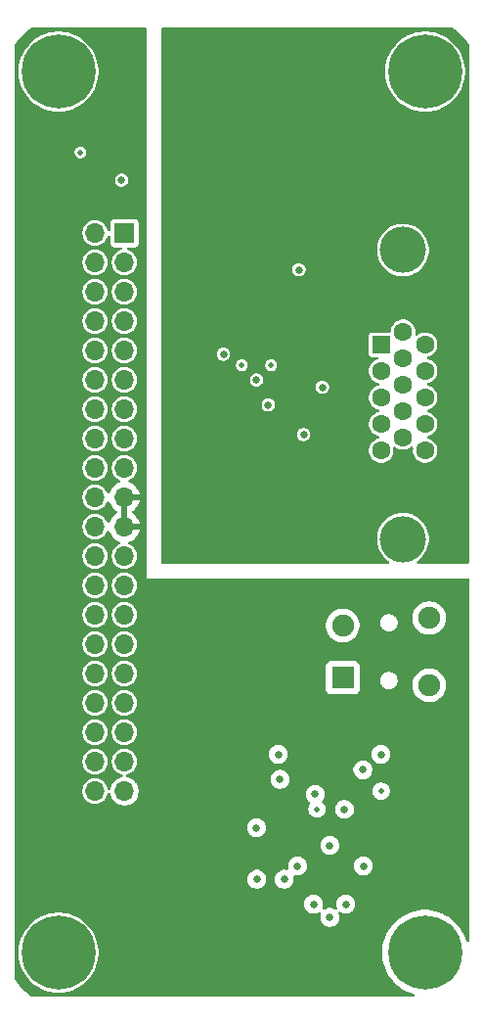
<source format=gbr>
%TF.GenerationSoftware,KiCad,Pcbnew,9.0.2+1*%
%TF.CreationDate,2025-07-26T23:55:51+01:00*%
%TF.ProjectId,ICE40HXDevBoardVGA,49434534-3048-4584-9465-76426f617264,rev?*%
%TF.SameCoordinates,Original*%
%TF.FileFunction,Copper,L2,Inr*%
%TF.FilePolarity,Positive*%
%FSLAX46Y46*%
G04 Gerber Fmt 4.6, Leading zero omitted, Abs format (unit mm)*
G04 Created by KiCad (PCBNEW 9.0.2+1) date 2025-07-26 23:55:51*
%MOMM*%
%LPD*%
G01*
G04 APERTURE LIST*
%TA.AperFunction,ComponentPad*%
%ADD10R,1.900000X1.900000*%
%TD*%
%TA.AperFunction,ComponentPad*%
%ADD11C,1.900000*%
%TD*%
%TA.AperFunction,ComponentPad*%
%ADD12C,6.400000*%
%TD*%
%TA.AperFunction,ComponentPad*%
%ADD13C,4.000000*%
%TD*%
%TA.AperFunction,ComponentPad*%
%ADD14R,1.600000X1.600000*%
%TD*%
%TA.AperFunction,ComponentPad*%
%ADD15C,1.600000*%
%TD*%
%TA.AperFunction,ComponentPad*%
%ADD16R,1.700000X1.700000*%
%TD*%
%TA.AperFunction,ComponentPad*%
%ADD17O,1.700000X1.700000*%
%TD*%
%TA.AperFunction,ViaPad*%
%ADD18C,0.508000*%
%TD*%
%TA.AperFunction,ViaPad*%
%ADD19C,0.635000*%
%TD*%
G04 APERTURE END LIST*
D10*
%TO.N,Net-(C10-Pad1)*%
%TO.C,J3*%
X107165000Y-122265000D03*
D11*
%TO.N,GNDA*%
X107165000Y-117765000D03*
%TO.N,Net-(C11-Pad1)*%
X114665000Y-122915000D03*
X114665000Y-117115000D03*
%TD*%
D12*
%TO.N,GND*%
%TO.C,H4*%
X114300000Y-146050000D03*
%TD*%
%TO.N,GND*%
%TO.C,H3*%
X82550000Y-146050000D03*
%TD*%
D13*
%TO.N,GND*%
%TO.C,J2*%
X112390000Y-110285000D03*
X112390000Y-85285000D03*
D14*
%TO.N,/RED*%
X110500000Y-93470000D03*
D15*
%TO.N,/GREEN*%
X110500000Y-95760000D03*
%TO.N,/BLUE*%
X110500000Y-98050000D03*
%TO.N,unconnected-(J2-Pad4)*%
X110500000Y-100340000D03*
%TO.N,GND*%
X110500000Y-102630000D03*
X112400000Y-92325000D03*
X112400000Y-94615000D03*
X112400000Y-96905000D03*
%TO.N,unconnected-(J2-Pad9)*%
X112400000Y-99195000D03*
%TO.N,GND*%
X112400000Y-101485000D03*
%TO.N,unconnected-(J2-Pad11)*%
X114300000Y-93470000D03*
%TO.N,unconnected-(J2-Pad12)*%
X114300000Y-95760000D03*
%TO.N,Net-(J2-Pad13)*%
X114300000Y-98050000D03*
%TO.N,Net-(J2-Pad14)*%
X114300000Y-100340000D03*
%TO.N,unconnected-(J2-Pad15)*%
X114300000Y-102630000D03*
%TD*%
D16*
%TO.N,+5V*%
%TO.C,J1*%
X88265000Y-83820000D03*
D17*
%TO.N,GND*%
X85725000Y-83820000D03*
%TO.N,unconnected-(J1-Pin_3-Pad3)*%
X88265000Y-86360000D03*
%TO.N,unconnected-(J1-Pin_4-Pad4)*%
X85725000Y-86360000D03*
%TO.N,/RED0*%
X88265000Y-88900000D03*
%TO.N,/RED1*%
X85725000Y-88900000D03*
%TO.N,/RED2*%
X88265000Y-91440000D03*
%TO.N,/RED3*%
X85725000Y-91440000D03*
%TO.N,/RED4*%
X88265000Y-93980000D03*
%TO.N,/RED5*%
X85725000Y-93980000D03*
%TO.N,/GREEN0*%
X88265000Y-96520000D03*
%TO.N,/GREEN1*%
X85725000Y-96520000D03*
%TO.N,/GREEN2*%
X88265000Y-99060000D03*
%TO.N,/GREEN3*%
X85725000Y-99060000D03*
%TO.N,/GREEN4*%
X88265000Y-101600000D03*
%TO.N,/GREEN5*%
X85725000Y-101600000D03*
%TO.N,/~{VGABLANK}*%
X88265000Y-104140000D03*
%TO.N,/BLUE0*%
X85725000Y-104140000D03*
%TO.N,+3V3*%
X88265000Y-106680000D03*
%TO.N,GND*%
X85725000Y-106680000D03*
%TO.N,+3V3*%
X88265000Y-109220000D03*
%TO.N,GND*%
X85725000Y-109220000D03*
%TO.N,/BLUE1*%
X88265000Y-111760000D03*
%TO.N,/BLUE2*%
X85725000Y-111760000D03*
%TO.N,/BLUE3*%
X88265000Y-114300000D03*
%TO.N,/BLUE4*%
X85725000Y-114300000D03*
%TO.N,/BLUE5*%
X88265000Y-116840000D03*
%TO.N,/DACCLK*%
X85725000Y-116840000D03*
%TO.N,/VSYNC*%
X88265000Y-119380000D03*
%TO.N,/I2SMUTE*%
X85725000Y-119380000D03*
%TO.N,/HSYNC*%
X88265000Y-121920000D03*
%TO.N,unconnected-(J1-Pin_32-Pad32)*%
X85725000Y-121920000D03*
%TO.N,/I2SBCK*%
X88265000Y-124460000D03*
%TO.N,unconnected-(J1-Pin_34-Pad34)*%
X85725000Y-124460000D03*
%TO.N,/I2SDIN*%
X88265000Y-127000000D03*
%TO.N,unconnected-(J1-Pin_36-Pad36)*%
X85725000Y-127000000D03*
%TO.N,/I2SLRCK*%
X88265000Y-129540000D03*
%TO.N,unconnected-(J1-Pin_38-Pad38)*%
X85725000Y-129540000D03*
%TO.N,+5V*%
X88265000Y-132080000D03*
%TO.N,GND*%
X85725000Y-132080000D03*
%TD*%
D12*
%TO.N,GND*%
%TO.C,H2*%
X114300000Y-69850000D03*
%TD*%
%TO.N,GND*%
%TO.C,H1*%
X82550000Y-69850000D03*
%TD*%
D18*
%TO.N,Net-(U1D-COMP)*%
X100965000Y-95250000D03*
D19*
%TO.N,+3V3*%
X94945000Y-136652000D03*
X94945000Y-126187000D03*
X94945000Y-129540000D03*
X94945000Y-133350000D03*
X89535000Y-76835000D03*
D18*
%TO.N,Net-(U1D-VREF)*%
X98425000Y-95250000D03*
D19*
%TO.N,GND*%
X105410000Y-97155000D03*
X88011000Y-79248000D03*
X99695000Y-96520000D03*
X104648000Y-141859000D03*
X100711000Y-98679000D03*
X103782500Y-101242500D03*
X107442000Y-141859000D03*
X96837500Y-94297500D03*
X106045000Y-143002000D03*
X103378000Y-86995000D03*
%TO.N,+3.3VDAC*%
X95250000Y-107950000D03*
X94234000Y-109474000D03*
X100965000Y-86995000D03*
X99695000Y-95250000D03*
X94234000Y-106299000D03*
X101473000Y-97790000D03*
X98171000Y-97790000D03*
%TO.N,/I2S/CPVDD*%
X101731000Y-131060000D03*
%TO.N,GNDA*%
X104775000Y-132360000D03*
X107315000Y-133664050D03*
X99735000Y-139700000D03*
X110490000Y-128905000D03*
X102108000Y-139700000D03*
X106045000Y-136779000D03*
X103251000Y-138557000D03*
X101600000Y-128905000D03*
X108966000Y-138557000D03*
D18*
%TO.N,Net-(U2-VNEG)*%
X104938375Y-133640375D03*
D19*
%TO.N,/I2S/AVDD*%
X99695000Y-135255000D03*
%TO.N,/I2S/DVDD*%
X108907500Y-130233500D03*
D18*
%TO.N,/I2S/LDOO*%
X110490000Y-132080000D03*
%TO.N,Net-(D1-K)*%
X84455000Y-76835000D03*
%TD*%
%TA.AperFunction,Conductor*%
%TO.N,+3.3VDAC*%
G36*
X116614026Y-66059418D02*
G01*
X116844715Y-66206383D01*
X116853542Y-66212564D01*
X116993279Y-66319788D01*
X117152577Y-66442021D01*
X117160864Y-66448975D01*
X117438744Y-66703606D01*
X117446393Y-66711255D01*
X117701024Y-66989135D01*
X117707978Y-66997422D01*
X117937428Y-67296449D01*
X117943629Y-67305305D01*
X118090581Y-67535973D01*
X118110000Y-67602594D01*
X118110000Y-112271000D01*
X118090315Y-112338039D01*
X118037511Y-112383794D01*
X117986000Y-112395000D01*
X113707145Y-112395000D01*
X113640106Y-112375315D01*
X113594351Y-112322511D01*
X113584407Y-112253353D01*
X113613432Y-112189797D01*
X113642068Y-112166154D01*
X113641847Y-112165823D01*
X113645110Y-112163642D01*
X113645147Y-112163611D01*
X113645220Y-112163570D01*
X113879684Y-111983659D01*
X114088659Y-111774684D01*
X114268570Y-111540220D01*
X114416338Y-111284279D01*
X114529434Y-111011240D01*
X114605924Y-110725775D01*
X114644500Y-110432768D01*
X114644500Y-110137232D01*
X114605924Y-109844225D01*
X114529434Y-109558760D01*
X114416338Y-109285721D01*
X114416336Y-109285718D01*
X114416334Y-109285713D01*
X114268574Y-109029787D01*
X114268570Y-109029780D01*
X114088659Y-108795316D01*
X114088654Y-108795310D01*
X113879689Y-108586345D01*
X113879682Y-108586339D01*
X113645228Y-108406436D01*
X113645226Y-108406434D01*
X113645220Y-108406430D01*
X113645215Y-108406427D01*
X113645212Y-108406425D01*
X113389286Y-108258665D01*
X113389275Y-108258660D01*
X113116242Y-108145566D01*
X112973507Y-108107321D01*
X112830775Y-108069076D01*
X112765662Y-108060503D01*
X112537775Y-108030500D01*
X112537768Y-108030500D01*
X112242232Y-108030500D01*
X112242224Y-108030500D01*
X111981781Y-108064789D01*
X111949225Y-108069076D01*
X111877858Y-108088198D01*
X111663757Y-108145566D01*
X111390724Y-108258660D01*
X111390713Y-108258665D01*
X111134787Y-108406425D01*
X111134771Y-108406436D01*
X110900317Y-108586339D01*
X110900310Y-108586345D01*
X110691345Y-108795310D01*
X110691339Y-108795317D01*
X110511436Y-109029771D01*
X110511425Y-109029787D01*
X110363665Y-109285713D01*
X110363660Y-109285724D01*
X110250566Y-109558757D01*
X110174076Y-109844226D01*
X110135500Y-110137224D01*
X110135500Y-110432775D01*
X110165503Y-110660662D01*
X110174076Y-110725775D01*
X110212321Y-110868507D01*
X110250566Y-111011242D01*
X110363660Y-111284275D01*
X110363665Y-111284286D01*
X110511425Y-111540212D01*
X110511436Y-111540228D01*
X110691339Y-111774682D01*
X110691345Y-111774689D01*
X110900310Y-111983654D01*
X110900316Y-111983659D01*
X111134780Y-112163570D01*
X111134850Y-112163610D01*
X111134865Y-112163626D01*
X111138153Y-112165823D01*
X111137661Y-112166558D01*
X111183067Y-112214174D01*
X111196294Y-112282780D01*
X111170330Y-112347646D01*
X111113418Y-112388178D01*
X111072855Y-112395000D01*
X91564000Y-112395000D01*
X91496961Y-112375315D01*
X91451206Y-112322511D01*
X91440000Y-112271000D01*
X91440000Y-101167195D01*
X103210500Y-101167195D01*
X103210500Y-101317805D01*
X103244246Y-101443747D01*
X103249482Y-101463287D01*
X103278483Y-101513517D01*
X103324786Y-101593716D01*
X103431284Y-101700214D01*
X103522964Y-101753145D01*
X103561712Y-101775517D01*
X103561713Y-101775517D01*
X103561716Y-101775519D01*
X103707195Y-101814500D01*
X103707197Y-101814500D01*
X103857802Y-101814500D01*
X103857805Y-101814500D01*
X104003284Y-101775519D01*
X104133716Y-101700214D01*
X104240214Y-101593716D01*
X104315519Y-101463284D01*
X104354500Y-101317805D01*
X104354500Y-101167195D01*
X104315519Y-101021716D01*
X104240214Y-100891284D01*
X104133716Y-100784786D01*
X104094964Y-100762412D01*
X104003287Y-100709482D01*
X104003288Y-100709482D01*
X103986099Y-100704876D01*
X103857805Y-100670500D01*
X103707195Y-100670500D01*
X103578900Y-100704876D01*
X103561712Y-100709482D01*
X103431287Y-100784784D01*
X103431281Y-100784788D01*
X103324788Y-100891281D01*
X103324784Y-100891287D01*
X103249482Y-101021712D01*
X103249481Y-101021716D01*
X103210500Y-101167195D01*
X91440000Y-101167195D01*
X91440000Y-98603695D01*
X100139000Y-98603695D01*
X100139000Y-98754305D01*
X100177981Y-98899784D01*
X100177982Y-98899787D01*
X100192841Y-98925523D01*
X100253286Y-99030216D01*
X100359784Y-99136714D01*
X100451464Y-99189645D01*
X100490212Y-99212017D01*
X100490213Y-99212017D01*
X100490216Y-99212019D01*
X100635695Y-99251000D01*
X100635697Y-99251000D01*
X100786302Y-99251000D01*
X100786305Y-99251000D01*
X100931784Y-99212019D01*
X101062216Y-99136714D01*
X101168714Y-99030216D01*
X101244019Y-98899784D01*
X101283000Y-98754305D01*
X101283000Y-98603695D01*
X101244019Y-98458216D01*
X101168714Y-98327784D01*
X101062216Y-98221286D01*
X100992482Y-98181025D01*
X100931787Y-98145982D01*
X100931788Y-98145982D01*
X100906596Y-98139232D01*
X100786305Y-98107000D01*
X100635695Y-98107000D01*
X100515404Y-98139232D01*
X100490212Y-98145982D01*
X100359787Y-98221284D01*
X100359781Y-98221288D01*
X100253288Y-98327781D01*
X100253284Y-98327787D01*
X100177982Y-98458212D01*
X100177981Y-98458216D01*
X100139000Y-98603695D01*
X91440000Y-98603695D01*
X91440000Y-96444695D01*
X99123000Y-96444695D01*
X99123000Y-96595305D01*
X99152424Y-96705115D01*
X99161982Y-96740787D01*
X99196825Y-96801136D01*
X99237286Y-96871216D01*
X99343784Y-96977714D01*
X99435464Y-97030645D01*
X99474212Y-97053017D01*
X99474213Y-97053017D01*
X99474216Y-97053019D01*
X99619695Y-97092000D01*
X99619697Y-97092000D01*
X99770302Y-97092000D01*
X99770305Y-97092000D01*
X99816228Y-97079695D01*
X104838000Y-97079695D01*
X104838000Y-97230305D01*
X104876981Y-97375784D01*
X104876982Y-97375787D01*
X104893556Y-97404493D01*
X104952286Y-97506216D01*
X105058784Y-97612714D01*
X105150464Y-97665645D01*
X105189212Y-97688017D01*
X105189213Y-97688017D01*
X105189216Y-97688019D01*
X105334695Y-97727000D01*
X105334697Y-97727000D01*
X105485302Y-97727000D01*
X105485305Y-97727000D01*
X105630784Y-97688019D01*
X105761216Y-97612714D01*
X105867714Y-97506216D01*
X105943019Y-97375784D01*
X105982000Y-97230305D01*
X105982000Y-97079695D01*
X105943019Y-96934216D01*
X105942615Y-96933517D01*
X105906646Y-96871216D01*
X105867714Y-96803784D01*
X105761216Y-96697286D01*
X105722464Y-96674912D01*
X105630787Y-96621982D01*
X105630788Y-96621982D01*
X105613599Y-96617376D01*
X105485305Y-96583000D01*
X105334695Y-96583000D01*
X105206400Y-96617376D01*
X105189212Y-96621982D01*
X105058787Y-96697284D01*
X105058781Y-96697288D01*
X104952288Y-96803781D01*
X104952284Y-96803787D01*
X104876982Y-96934212D01*
X104876981Y-96934216D01*
X104838000Y-97079695D01*
X99816228Y-97079695D01*
X99915784Y-97053019D01*
X100046216Y-96977714D01*
X100152714Y-96871216D01*
X100228019Y-96740784D01*
X100267000Y-96595305D01*
X100267000Y-96444695D01*
X100228019Y-96299216D01*
X100152714Y-96168784D01*
X100046216Y-96062286D01*
X100003445Y-96037592D01*
X99915787Y-95986982D01*
X99915788Y-95986982D01*
X99854328Y-95970514D01*
X99770305Y-95948000D01*
X99619695Y-95948000D01*
X99535672Y-95970514D01*
X99474212Y-95986982D01*
X99343787Y-96062284D01*
X99343781Y-96062288D01*
X99237288Y-96168781D01*
X99237284Y-96168787D01*
X99161982Y-96299212D01*
X99161981Y-96299216D01*
X99123000Y-96444695D01*
X91440000Y-96444695D01*
X91440000Y-95183055D01*
X97916500Y-95183055D01*
X97916500Y-95316945D01*
X97951153Y-95446274D01*
X98018099Y-95562226D01*
X98112774Y-95656901D01*
X98228726Y-95723847D01*
X98358055Y-95758500D01*
X98358057Y-95758500D01*
X98491943Y-95758500D01*
X98491945Y-95758500D01*
X98621274Y-95723847D01*
X98737226Y-95656901D01*
X98831901Y-95562226D01*
X98898847Y-95446274D01*
X98933500Y-95316945D01*
X98933500Y-95183055D01*
X100456500Y-95183055D01*
X100456500Y-95316945D01*
X100491153Y-95446274D01*
X100558099Y-95562226D01*
X100652774Y-95656901D01*
X100768726Y-95723847D01*
X100898055Y-95758500D01*
X100898057Y-95758500D01*
X101031943Y-95758500D01*
X101031945Y-95758500D01*
X101161274Y-95723847D01*
X101277226Y-95656901D01*
X101371901Y-95562226D01*
X101438847Y-95446274D01*
X101473500Y-95316945D01*
X101473500Y-95183055D01*
X101438847Y-95053726D01*
X101371901Y-94937774D01*
X101277226Y-94843099D01*
X101161274Y-94776153D01*
X101031945Y-94741500D01*
X100898055Y-94741500D01*
X100768725Y-94776153D01*
X100652774Y-94843099D01*
X100652771Y-94843101D01*
X100558101Y-94937771D01*
X100558099Y-94937774D01*
X100491153Y-95053725D01*
X100491153Y-95053726D01*
X100456500Y-95183055D01*
X98933500Y-95183055D01*
X98898847Y-95053726D01*
X98831901Y-94937774D01*
X98737226Y-94843099D01*
X98621274Y-94776153D01*
X98491945Y-94741500D01*
X98358055Y-94741500D01*
X98228725Y-94776153D01*
X98112774Y-94843099D01*
X98112771Y-94843101D01*
X98018101Y-94937771D01*
X98018099Y-94937774D01*
X97951153Y-95053725D01*
X97951153Y-95053726D01*
X97916500Y-95183055D01*
X91440000Y-95183055D01*
X91440000Y-94222195D01*
X96265500Y-94222195D01*
X96265500Y-94372805D01*
X96302566Y-94511138D01*
X96304482Y-94518287D01*
X96343130Y-94585226D01*
X96379786Y-94648716D01*
X96486284Y-94755214D01*
X96577964Y-94808145D01*
X96616712Y-94830517D01*
X96616713Y-94830517D01*
X96616716Y-94830519D01*
X96762195Y-94869500D01*
X96762197Y-94869500D01*
X96912802Y-94869500D01*
X96912805Y-94869500D01*
X97058284Y-94830519D01*
X97188716Y-94755214D01*
X97295214Y-94648716D01*
X97370519Y-94518284D01*
X97409500Y-94372805D01*
X97409500Y-94222195D01*
X97370519Y-94076716D01*
X97295214Y-93946284D01*
X97188716Y-93839786D01*
X97126217Y-93803702D01*
X97058287Y-93764482D01*
X97058288Y-93764482D01*
X97041099Y-93759876D01*
X96912805Y-93725500D01*
X96762195Y-93725500D01*
X96633900Y-93759876D01*
X96616712Y-93764482D01*
X96486287Y-93839784D01*
X96486281Y-93839788D01*
X96379788Y-93946281D01*
X96379784Y-93946287D01*
X96304482Y-94076712D01*
X96304481Y-94076716D01*
X96265500Y-94222195D01*
X91440000Y-94222195D01*
X91440000Y-92644928D01*
X109445500Y-92644928D01*
X109445500Y-94295063D01*
X109460266Y-94369301D01*
X109516515Y-94453484D01*
X109550234Y-94476014D01*
X109600699Y-94509734D01*
X109600702Y-94509734D01*
X109600703Y-94509735D01*
X109607757Y-94511138D01*
X109674933Y-94524500D01*
X110103832Y-94524499D01*
X110170869Y-94544183D01*
X110216624Y-94596987D01*
X110226568Y-94666146D01*
X110197543Y-94729702D01*
X110151283Y-94763060D01*
X110000509Y-94825512D01*
X109827796Y-94940916D01*
X109827792Y-94940919D01*
X109680919Y-95087792D01*
X109680916Y-95087796D01*
X109565512Y-95260509D01*
X109565511Y-95260511D01*
X109486025Y-95452409D01*
X109486022Y-95452421D01*
X109445500Y-95656136D01*
X109445500Y-95863863D01*
X109486022Y-96067578D01*
X109486025Y-96067590D01*
X109565511Y-96259488D01*
X109565512Y-96259490D01*
X109680916Y-96432203D01*
X109680919Y-96432207D01*
X109827792Y-96579080D01*
X109827796Y-96579083D01*
X110000507Y-96694486D01*
X110000508Y-96694486D01*
X110000509Y-96694487D01*
X110000511Y-96694488D01*
X110112288Y-96740787D01*
X110192414Y-96773976D01*
X110211282Y-96777729D01*
X110239703Y-96783383D01*
X110301614Y-96815768D01*
X110336189Y-96876484D01*
X110332449Y-96946253D01*
X110291582Y-97002925D01*
X110239703Y-97026617D01*
X110192421Y-97036022D01*
X110192409Y-97036025D01*
X110000511Y-97115511D01*
X110000509Y-97115512D01*
X109827796Y-97230916D01*
X109827792Y-97230919D01*
X109680919Y-97377792D01*
X109680916Y-97377796D01*
X109565512Y-97550509D01*
X109565511Y-97550511D01*
X109486025Y-97742409D01*
X109486022Y-97742421D01*
X109445500Y-97946136D01*
X109445500Y-98153863D01*
X109486022Y-98357578D01*
X109486025Y-98357590D01*
X109565511Y-98549488D01*
X109565512Y-98549490D01*
X109680916Y-98722203D01*
X109680919Y-98722207D01*
X109827792Y-98869080D01*
X109827796Y-98869083D01*
X110000507Y-98984486D01*
X110000508Y-98984486D01*
X110000509Y-98984487D01*
X110000511Y-98984488D01*
X110110914Y-99030218D01*
X110192414Y-99063976D01*
X110211282Y-99067729D01*
X110239703Y-99073383D01*
X110301614Y-99105768D01*
X110336189Y-99166484D01*
X110332449Y-99236253D01*
X110291582Y-99292925D01*
X110239703Y-99316617D01*
X110192421Y-99326022D01*
X110192409Y-99326025D01*
X110000511Y-99405511D01*
X110000509Y-99405512D01*
X109827796Y-99520916D01*
X109827792Y-99520919D01*
X109680919Y-99667792D01*
X109680916Y-99667796D01*
X109565512Y-99840509D01*
X109565511Y-99840511D01*
X109486025Y-100032409D01*
X109486022Y-100032421D01*
X109445500Y-100236136D01*
X109445500Y-100443863D01*
X109486022Y-100647578D01*
X109486025Y-100647590D01*
X109565511Y-100839488D01*
X109565512Y-100839490D01*
X109680916Y-101012203D01*
X109680919Y-101012207D01*
X109827792Y-101159080D01*
X109827796Y-101159083D01*
X110000507Y-101274486D01*
X110000508Y-101274486D01*
X110000509Y-101274487D01*
X110000511Y-101274488D01*
X110192409Y-101353974D01*
X110192414Y-101353976D01*
X110211282Y-101357729D01*
X110239703Y-101363383D01*
X110301614Y-101395768D01*
X110336189Y-101456484D01*
X110332449Y-101526253D01*
X110291582Y-101582925D01*
X110239703Y-101606617D01*
X110192421Y-101616022D01*
X110192409Y-101616025D01*
X110000511Y-101695511D01*
X110000509Y-101695512D01*
X109827796Y-101810916D01*
X109827792Y-101810919D01*
X109680919Y-101957792D01*
X109680916Y-101957796D01*
X109565512Y-102130509D01*
X109565511Y-102130511D01*
X109486025Y-102322409D01*
X109486022Y-102322421D01*
X109445500Y-102526136D01*
X109445500Y-102733863D01*
X109486022Y-102937578D01*
X109486025Y-102937590D01*
X109565511Y-103129488D01*
X109565512Y-103129490D01*
X109680916Y-103302203D01*
X109680919Y-103302207D01*
X109827792Y-103449080D01*
X109827796Y-103449083D01*
X110000507Y-103564486D01*
X110000508Y-103564486D01*
X110000509Y-103564487D01*
X110000511Y-103564488D01*
X110192409Y-103643974D01*
X110192414Y-103643976D01*
X110396136Y-103684499D01*
X110396139Y-103684500D01*
X110396141Y-103684500D01*
X110603861Y-103684500D01*
X110603862Y-103684499D01*
X110807586Y-103643976D01*
X110999493Y-103564486D01*
X111172204Y-103449083D01*
X111319083Y-103302204D01*
X111434486Y-103129493D01*
X111513976Y-102937586D01*
X111554500Y-102733859D01*
X111554500Y-102526141D01*
X111554500Y-102526138D01*
X111535399Y-102430115D01*
X111541626Y-102360523D01*
X111584489Y-102305346D01*
X111650378Y-102282101D01*
X111718375Y-102298168D01*
X111725907Y-102302821D01*
X111727796Y-102304083D01*
X111900507Y-102419486D01*
X111900510Y-102419487D01*
X111900511Y-102419488D01*
X112092409Y-102498974D01*
X112092414Y-102498976D01*
X112296136Y-102539499D01*
X112296139Y-102539500D01*
X112296141Y-102539500D01*
X112503861Y-102539500D01*
X112503862Y-102539499D01*
X112707586Y-102498976D01*
X112899493Y-102419486D01*
X113072204Y-102304083D01*
X113072205Y-102304081D01*
X113074092Y-102302821D01*
X113140769Y-102281943D01*
X113208149Y-102300427D01*
X113254840Y-102352406D01*
X113266016Y-102421376D01*
X113264600Y-102430114D01*
X113245500Y-102526136D01*
X113245500Y-102733863D01*
X113286022Y-102937578D01*
X113286025Y-102937590D01*
X113365511Y-103129488D01*
X113365512Y-103129490D01*
X113480916Y-103302203D01*
X113480919Y-103302207D01*
X113627792Y-103449080D01*
X113627796Y-103449083D01*
X113800507Y-103564486D01*
X113800508Y-103564486D01*
X113800509Y-103564487D01*
X113800511Y-103564488D01*
X113992409Y-103643974D01*
X113992414Y-103643976D01*
X114196136Y-103684499D01*
X114196139Y-103684500D01*
X114196141Y-103684500D01*
X114403861Y-103684500D01*
X114403862Y-103684499D01*
X114607586Y-103643976D01*
X114799493Y-103564486D01*
X114972204Y-103449083D01*
X115119083Y-103302204D01*
X115234486Y-103129493D01*
X115313976Y-102937586D01*
X115354500Y-102733859D01*
X115354500Y-102526141D01*
X115354500Y-102526138D01*
X115354499Y-102526136D01*
X115349097Y-102498977D01*
X115313976Y-102322414D01*
X115297278Y-102282101D01*
X115234488Y-102130511D01*
X115234487Y-102130509D01*
X115136921Y-101984493D01*
X115119083Y-101957796D01*
X115119080Y-101957792D01*
X114972207Y-101810919D01*
X114972203Y-101810916D01*
X114799490Y-101695512D01*
X114799488Y-101695511D01*
X114607590Y-101616025D01*
X114607578Y-101616022D01*
X114560296Y-101606617D01*
X114498385Y-101574232D01*
X114463811Y-101513517D01*
X114467550Y-101443747D01*
X114508416Y-101387075D01*
X114560296Y-101363383D01*
X114579154Y-101359631D01*
X114607586Y-101353976D01*
X114799493Y-101274486D01*
X114972204Y-101159083D01*
X115119083Y-101012204D01*
X115234486Y-100839493D01*
X115313976Y-100647586D01*
X115354500Y-100443859D01*
X115354500Y-100236141D01*
X115354500Y-100236138D01*
X115354499Y-100236136D01*
X115349097Y-100208977D01*
X115313976Y-100032414D01*
X115297278Y-99992101D01*
X115234488Y-99840511D01*
X115234487Y-99840509D01*
X115136921Y-99694493D01*
X115119083Y-99667796D01*
X115119080Y-99667792D01*
X114972207Y-99520919D01*
X114972203Y-99520916D01*
X114799490Y-99405512D01*
X114799488Y-99405511D01*
X114607590Y-99326025D01*
X114607578Y-99326022D01*
X114560296Y-99316617D01*
X114498385Y-99284232D01*
X114463811Y-99223517D01*
X114467550Y-99153747D01*
X114508416Y-99097075D01*
X114560296Y-99073383D01*
X114579154Y-99069631D01*
X114607586Y-99063976D01*
X114799493Y-98984486D01*
X114972204Y-98869083D01*
X115119083Y-98722204D01*
X115234486Y-98549493D01*
X115313976Y-98357586D01*
X115354500Y-98153859D01*
X115354500Y-97946141D01*
X115354500Y-97946138D01*
X115354499Y-97946136D01*
X115349097Y-97918977D01*
X115313976Y-97742414D01*
X115297278Y-97702101D01*
X115234488Y-97550511D01*
X115234487Y-97550509D01*
X115204892Y-97506218D01*
X115119083Y-97377796D01*
X115119080Y-97377792D01*
X114972207Y-97230919D01*
X114972203Y-97230916D01*
X114799490Y-97115512D01*
X114799488Y-97115511D01*
X114607590Y-97036025D01*
X114607578Y-97036022D01*
X114560296Y-97026617D01*
X114498385Y-96994232D01*
X114463811Y-96933517D01*
X114467550Y-96863747D01*
X114508416Y-96807075D01*
X114560296Y-96783383D01*
X114579154Y-96779631D01*
X114607586Y-96773976D01*
X114799493Y-96694486D01*
X114972204Y-96579083D01*
X115119083Y-96432204D01*
X115234486Y-96259493D01*
X115313976Y-96067586D01*
X115354500Y-95863859D01*
X115354500Y-95656141D01*
X115354500Y-95656138D01*
X115354499Y-95656136D01*
X115349097Y-95628977D01*
X115313976Y-95452414D01*
X115297278Y-95412101D01*
X115234488Y-95260511D01*
X115234487Y-95260509D01*
X115136921Y-95114493D01*
X115119083Y-95087796D01*
X115119080Y-95087792D01*
X114972207Y-94940919D01*
X114972203Y-94940916D01*
X114799490Y-94825512D01*
X114799488Y-94825511D01*
X114607590Y-94746025D01*
X114607578Y-94746022D01*
X114560296Y-94736617D01*
X114498385Y-94704232D01*
X114463811Y-94643517D01*
X114467550Y-94573747D01*
X114508416Y-94517075D01*
X114560296Y-94493383D01*
X114579154Y-94489631D01*
X114607586Y-94483976D01*
X114799493Y-94404486D01*
X114972204Y-94289083D01*
X115119083Y-94142204D01*
X115234486Y-93969493D01*
X115313976Y-93777586D01*
X115354500Y-93573859D01*
X115354500Y-93366141D01*
X115354500Y-93366138D01*
X115354499Y-93366136D01*
X115349097Y-93338977D01*
X115313976Y-93162414D01*
X115311806Y-93157175D01*
X115234488Y-92970511D01*
X115234487Y-92970509D01*
X115136921Y-92824493D01*
X115119083Y-92797796D01*
X115119080Y-92797792D01*
X114972207Y-92650919D01*
X114972203Y-92650916D01*
X114799490Y-92535512D01*
X114799488Y-92535511D01*
X114607590Y-92456025D01*
X114607578Y-92456022D01*
X114403862Y-92415500D01*
X114403859Y-92415500D01*
X114196141Y-92415500D01*
X114196138Y-92415500D01*
X113992421Y-92456022D01*
X113992409Y-92456025D01*
X113800511Y-92535511D01*
X113800509Y-92535512D01*
X113625907Y-92652178D01*
X113559229Y-92673056D01*
X113491849Y-92654571D01*
X113445159Y-92602592D01*
X113433983Y-92533622D01*
X113435399Y-92524884D01*
X113454500Y-92428861D01*
X113454500Y-92221138D01*
X113454499Y-92221136D01*
X113413977Y-92017421D01*
X113413976Y-92017414D01*
X113334486Y-91825507D01*
X113219083Y-91652796D01*
X113219080Y-91652792D01*
X113072207Y-91505919D01*
X113072203Y-91505916D01*
X112899490Y-91390512D01*
X112899488Y-91390511D01*
X112707590Y-91311025D01*
X112707578Y-91311022D01*
X112503862Y-91270500D01*
X112503859Y-91270500D01*
X112296141Y-91270500D01*
X112296138Y-91270500D01*
X112092421Y-91311022D01*
X112092409Y-91311025D01*
X111900511Y-91390511D01*
X111900509Y-91390512D01*
X111727796Y-91505916D01*
X111727792Y-91505919D01*
X111580919Y-91652792D01*
X111580916Y-91652796D01*
X111465512Y-91825509D01*
X111465511Y-91825511D01*
X111386025Y-92017409D01*
X111386022Y-92017421D01*
X111345500Y-92221136D01*
X111345500Y-92291500D01*
X111325815Y-92358539D01*
X111273011Y-92404294D01*
X111221500Y-92415500D01*
X109674936Y-92415500D01*
X109600698Y-92430266D01*
X109516515Y-92486515D01*
X109460266Y-92570699D01*
X109460264Y-92570703D01*
X109445500Y-92644928D01*
X91440000Y-92644928D01*
X91440000Y-86919695D01*
X102806000Y-86919695D01*
X102806000Y-87070305D01*
X102844981Y-87215784D01*
X102844982Y-87215787D01*
X102897912Y-87307464D01*
X102920286Y-87346216D01*
X103026784Y-87452714D01*
X103110284Y-87500923D01*
X103157212Y-87528017D01*
X103157213Y-87528017D01*
X103157216Y-87528019D01*
X103302695Y-87567000D01*
X103302697Y-87567000D01*
X103453302Y-87567000D01*
X103453305Y-87567000D01*
X103598784Y-87528019D01*
X103729216Y-87452714D01*
X103835714Y-87346216D01*
X103911019Y-87215784D01*
X103950000Y-87070305D01*
X103950000Y-86919695D01*
X103911019Y-86774216D01*
X103835714Y-86643784D01*
X103729216Y-86537286D01*
X103690464Y-86514912D01*
X103598787Y-86461982D01*
X103598788Y-86461982D01*
X103581599Y-86457376D01*
X103453305Y-86423000D01*
X103302695Y-86423000D01*
X103174400Y-86457376D01*
X103157212Y-86461982D01*
X103026787Y-86537284D01*
X103026781Y-86537288D01*
X102920288Y-86643781D01*
X102920284Y-86643787D01*
X102844982Y-86774212D01*
X102844981Y-86774216D01*
X102806000Y-86919695D01*
X91440000Y-86919695D01*
X91440000Y-85137224D01*
X110135500Y-85137224D01*
X110135500Y-85432775D01*
X110165503Y-85660662D01*
X110174076Y-85725775D01*
X110212321Y-85868507D01*
X110250566Y-86011242D01*
X110363660Y-86284275D01*
X110363665Y-86284286D01*
X110511425Y-86540212D01*
X110511436Y-86540228D01*
X110691339Y-86774682D01*
X110691345Y-86774689D01*
X110900310Y-86983654D01*
X110900316Y-86983659D01*
X111134780Y-87163570D01*
X111134787Y-87163574D01*
X111390713Y-87311334D01*
X111390718Y-87311336D01*
X111390721Y-87311338D01*
X111474929Y-87346218D01*
X111663757Y-87424433D01*
X111663758Y-87424433D01*
X111663760Y-87424434D01*
X111949225Y-87500924D01*
X112242232Y-87539500D01*
X112242239Y-87539500D01*
X112537761Y-87539500D01*
X112537768Y-87539500D01*
X112830775Y-87500924D01*
X113116240Y-87424434D01*
X113389279Y-87311338D01*
X113645220Y-87163570D01*
X113879684Y-86983659D01*
X114088659Y-86774684D01*
X114268570Y-86540220D01*
X114416338Y-86284279D01*
X114529434Y-86011240D01*
X114605924Y-85725775D01*
X114644500Y-85432768D01*
X114644500Y-85137232D01*
X114605924Y-84844225D01*
X114529434Y-84558760D01*
X114416338Y-84285721D01*
X114416336Y-84285718D01*
X114416334Y-84285713D01*
X114268574Y-84029787D01*
X114268570Y-84029780D01*
X114088659Y-83795316D01*
X114088654Y-83795310D01*
X113879689Y-83586345D01*
X113879682Y-83586339D01*
X113645228Y-83406436D01*
X113645226Y-83406434D01*
X113645220Y-83406430D01*
X113645215Y-83406427D01*
X113645212Y-83406425D01*
X113389286Y-83258665D01*
X113389275Y-83258660D01*
X113116242Y-83145566D01*
X112973507Y-83107321D01*
X112830775Y-83069076D01*
X112765662Y-83060503D01*
X112537775Y-83030500D01*
X112537768Y-83030500D01*
X112242232Y-83030500D01*
X112242224Y-83030500D01*
X111981781Y-83064789D01*
X111949225Y-83069076D01*
X111877858Y-83088198D01*
X111663757Y-83145566D01*
X111390724Y-83258660D01*
X111390713Y-83258665D01*
X111134787Y-83406425D01*
X111134771Y-83406436D01*
X110900317Y-83586339D01*
X110900310Y-83586345D01*
X110691345Y-83795310D01*
X110691339Y-83795317D01*
X110511436Y-84029771D01*
X110511425Y-84029787D01*
X110363665Y-84285713D01*
X110363660Y-84285724D01*
X110250566Y-84558757D01*
X110174076Y-84844226D01*
X110135500Y-85137224D01*
X91440000Y-85137224D01*
X91440000Y-69680294D01*
X110845500Y-69680294D01*
X110845500Y-70019705D01*
X110878767Y-70357481D01*
X110878770Y-70357498D01*
X110944980Y-70690366D01*
X110944983Y-70690377D01*
X111043514Y-71015190D01*
X111173400Y-71328763D01*
X111173407Y-71328777D01*
X111333396Y-71628098D01*
X111333407Y-71628116D01*
X111521967Y-71910316D01*
X111521977Y-71910330D01*
X111737302Y-72172703D01*
X111977296Y-72412697D01*
X111977301Y-72412701D01*
X111977302Y-72412702D01*
X112239675Y-72628027D01*
X112521890Y-72816597D01*
X112821230Y-72976597D01*
X113134811Y-73106486D01*
X113459613Y-73205014D01*
X113459619Y-73205015D01*
X113459622Y-73205016D01*
X113459633Y-73205019D01*
X113668369Y-73246538D01*
X113792508Y-73271231D01*
X114130291Y-73304500D01*
X114130294Y-73304500D01*
X114469706Y-73304500D01*
X114469709Y-73304500D01*
X114807492Y-73271231D01*
X114972265Y-73238455D01*
X115140366Y-73205019D01*
X115140377Y-73205016D01*
X115140377Y-73205015D01*
X115140387Y-73205014D01*
X115465189Y-73106486D01*
X115778770Y-72976597D01*
X116078110Y-72816597D01*
X116360325Y-72628027D01*
X116622698Y-72412702D01*
X116862702Y-72172698D01*
X117078027Y-71910325D01*
X117266597Y-71628110D01*
X117426597Y-71328770D01*
X117556486Y-71015189D01*
X117655014Y-70690387D01*
X117655016Y-70690377D01*
X117655019Y-70690366D01*
X117688455Y-70522265D01*
X117721231Y-70357492D01*
X117754500Y-70019709D01*
X117754500Y-69680291D01*
X117721231Y-69342508D01*
X117696538Y-69218369D01*
X117655019Y-69009633D01*
X117655016Y-69009622D01*
X117655015Y-69009619D01*
X117655014Y-69009613D01*
X117556486Y-68684811D01*
X117426597Y-68371230D01*
X117266597Y-68071890D01*
X117078027Y-67789675D01*
X116862702Y-67527302D01*
X116862701Y-67527301D01*
X116862697Y-67527296D01*
X116622703Y-67287302D01*
X116360330Y-67071977D01*
X116360329Y-67071976D01*
X116360325Y-67071973D01*
X116078110Y-66883403D01*
X116078105Y-66883400D01*
X116078098Y-66883396D01*
X115778777Y-66723407D01*
X115778770Y-66723403D01*
X115730976Y-66703606D01*
X115465190Y-66593514D01*
X115140377Y-66494983D01*
X115140366Y-66494980D01*
X114807498Y-66428770D01*
X114807481Y-66428767D01*
X114552048Y-66403609D01*
X114469709Y-66395500D01*
X114130291Y-66395500D01*
X114054139Y-66403000D01*
X113792518Y-66428767D01*
X113792501Y-66428770D01*
X113459633Y-66494980D01*
X113459622Y-66494983D01*
X113134809Y-66593514D01*
X112821236Y-66723400D01*
X112821222Y-66723407D01*
X112521901Y-66883396D01*
X112521883Y-66883407D01*
X112239683Y-67071967D01*
X112239669Y-67071977D01*
X111977296Y-67287302D01*
X111737302Y-67527296D01*
X111521977Y-67789669D01*
X111521967Y-67789683D01*
X111333407Y-68071883D01*
X111333396Y-68071901D01*
X111173407Y-68371222D01*
X111173400Y-68371236D01*
X111043514Y-68684809D01*
X110944983Y-69009622D01*
X110944980Y-69009633D01*
X110878770Y-69342501D01*
X110878767Y-69342518D01*
X110845500Y-69680294D01*
X91440000Y-69680294D01*
X91440000Y-66164000D01*
X91459685Y-66096961D01*
X91512489Y-66051206D01*
X91564000Y-66040000D01*
X116547404Y-66040000D01*
X116614026Y-66059418D01*
G37*
%TD.AperFunction*%
%TD*%
%TA.AperFunction,Conductor*%
%TO.N,+3V3*%
G36*
X118053039Y-113684685D02*
G01*
X118098794Y-113737489D01*
X118110000Y-113789000D01*
X118110000Y-145026115D01*
X118090315Y-145093154D01*
X118037511Y-145138909D01*
X117968353Y-145148853D01*
X117904797Y-145119828D01*
X117867339Y-145062110D01*
X117788385Y-144801834D01*
X117649247Y-144465924D01*
X117477853Y-144145268D01*
X117275854Y-143842956D01*
X117045197Y-143561899D01*
X117045196Y-143561898D01*
X117045192Y-143561893D01*
X116788106Y-143304807D01*
X116507049Y-143074150D01*
X116507048Y-143074149D01*
X116507044Y-143074146D01*
X116278495Y-142921434D01*
X116204738Y-142872151D01*
X116204737Y-142872150D01*
X116204732Y-142872147D01*
X116204727Y-142872144D01*
X116204720Y-142872140D01*
X115884083Y-142700756D01*
X115884078Y-142700754D01*
X115850566Y-142686873D01*
X115675920Y-142614532D01*
X115548165Y-142561614D01*
X115200223Y-142456067D01*
X115200212Y-142456064D01*
X114843630Y-142385137D01*
X114571111Y-142358296D01*
X114481794Y-142349500D01*
X114118206Y-142349500D01*
X114035679Y-142357628D01*
X113756369Y-142385137D01*
X113399787Y-142456064D01*
X113399776Y-142456067D01*
X113051834Y-142561614D01*
X112715921Y-142700754D01*
X112715916Y-142700756D01*
X112395279Y-142872140D01*
X112395261Y-142872151D01*
X112092964Y-143074140D01*
X112092950Y-143074150D01*
X111811893Y-143304807D01*
X111554807Y-143561893D01*
X111324150Y-143842950D01*
X111324140Y-143842964D01*
X111122151Y-144145261D01*
X111122140Y-144145279D01*
X110950756Y-144465916D01*
X110950754Y-144465921D01*
X110811614Y-144801834D01*
X110706067Y-145149776D01*
X110706064Y-145149787D01*
X110635137Y-145506369D01*
X110599500Y-145868209D01*
X110599500Y-146231790D01*
X110635137Y-146593630D01*
X110706064Y-146950212D01*
X110706067Y-146950223D01*
X110811614Y-147298165D01*
X110950754Y-147634078D01*
X110950756Y-147634083D01*
X111122140Y-147954720D01*
X111122151Y-147954738D01*
X111324140Y-148257035D01*
X111324150Y-148257049D01*
X111554807Y-148538106D01*
X111811893Y-148795192D01*
X111811898Y-148795196D01*
X111811899Y-148795197D01*
X112092956Y-149025854D01*
X112395268Y-149227853D01*
X112395277Y-149227858D01*
X112395279Y-149227859D01*
X112715916Y-149399243D01*
X112715918Y-149399243D01*
X112715924Y-149399247D01*
X113051836Y-149538386D01*
X113312111Y-149617339D01*
X113370549Y-149655637D01*
X113399005Y-149719449D01*
X113388445Y-149788516D01*
X113342221Y-149840910D01*
X113276115Y-149860000D01*
X90170000Y-149860000D01*
X90170000Y-141778429D01*
X103830000Y-141778429D01*
X103830000Y-141939570D01*
X103861433Y-142097594D01*
X103861435Y-142097602D01*
X103923096Y-142246466D01*
X104012619Y-142380447D01*
X104126552Y-142494380D01*
X104260533Y-142583903D01*
X104334479Y-142614532D01*
X104409398Y-142645565D01*
X104567429Y-142676999D01*
X104567433Y-142677000D01*
X104567434Y-142677000D01*
X104728567Y-142677000D01*
X104728568Y-142676999D01*
X104886602Y-142645565D01*
X105035468Y-142583902D01*
X105106682Y-142536318D01*
X105173357Y-142515441D01*
X105240737Y-142533925D01*
X105287428Y-142585904D01*
X105298604Y-142654874D01*
X105290132Y-142686873D01*
X105258436Y-142763393D01*
X105258433Y-142763405D01*
X105227000Y-142921429D01*
X105227000Y-143082570D01*
X105258433Y-143240594D01*
X105258435Y-143240602D01*
X105320096Y-143389466D01*
X105409619Y-143523447D01*
X105523552Y-143637380D01*
X105657533Y-143726903D01*
X105731965Y-143757733D01*
X105806398Y-143788565D01*
X105964429Y-143819999D01*
X105964433Y-143820000D01*
X105964434Y-143820000D01*
X106125567Y-143820000D01*
X106125568Y-143819999D01*
X106283602Y-143788565D01*
X106432468Y-143726902D01*
X106566445Y-143637382D01*
X106680382Y-143523445D01*
X106769902Y-143389468D01*
X106831565Y-143240602D01*
X106863000Y-143082566D01*
X106863000Y-142921434D01*
X106831565Y-142763398D01*
X106799866Y-142686872D01*
X106792398Y-142617405D01*
X106823673Y-142554926D01*
X106883761Y-142519273D01*
X106953587Y-142521766D01*
X106983317Y-142536318D01*
X107054532Y-142583902D01*
X107203398Y-142645565D01*
X107361429Y-142676999D01*
X107361433Y-142677000D01*
X107361434Y-142677000D01*
X107522567Y-142677000D01*
X107522568Y-142676999D01*
X107680602Y-142645565D01*
X107829468Y-142583902D01*
X107963445Y-142494382D01*
X108077382Y-142380445D01*
X108166902Y-142246468D01*
X108228565Y-142097602D01*
X108260000Y-141939566D01*
X108260000Y-141778434D01*
X108228565Y-141620398D01*
X108197733Y-141545965D01*
X108166903Y-141471533D01*
X108077380Y-141337552D01*
X107963447Y-141223619D01*
X107829466Y-141134096D01*
X107680602Y-141072435D01*
X107680594Y-141072433D01*
X107522570Y-141041000D01*
X107522566Y-141041000D01*
X107361434Y-141041000D01*
X107361429Y-141041000D01*
X107203405Y-141072433D01*
X107203397Y-141072435D01*
X107054533Y-141134096D01*
X106920552Y-141223619D01*
X106806619Y-141337552D01*
X106717096Y-141471533D01*
X106655435Y-141620397D01*
X106655433Y-141620405D01*
X106624000Y-141778429D01*
X106624000Y-141939570D01*
X106655433Y-142097594D01*
X106655435Y-142097602D01*
X106687132Y-142174125D01*
X106694601Y-142243595D01*
X106663326Y-142306074D01*
X106603237Y-142341726D01*
X106533412Y-142339232D01*
X106503681Y-142324680D01*
X106432469Y-142277098D01*
X106283602Y-142215435D01*
X106283594Y-142215433D01*
X106125570Y-142184000D01*
X106125566Y-142184000D01*
X105964434Y-142184000D01*
X105964429Y-142184000D01*
X105806405Y-142215433D01*
X105806397Y-142215435D01*
X105657533Y-142277097D01*
X105586318Y-142324681D01*
X105519640Y-142345558D01*
X105452260Y-142327073D01*
X105405571Y-142275094D01*
X105394395Y-142206123D01*
X105402864Y-142174132D01*
X105434565Y-142097602D01*
X105466000Y-141939566D01*
X105466000Y-141778434D01*
X105434565Y-141620398D01*
X105403733Y-141545965D01*
X105372903Y-141471533D01*
X105283380Y-141337552D01*
X105169447Y-141223619D01*
X105035466Y-141134096D01*
X104886602Y-141072435D01*
X104886594Y-141072433D01*
X104728570Y-141041000D01*
X104728566Y-141041000D01*
X104567434Y-141041000D01*
X104567429Y-141041000D01*
X104409405Y-141072433D01*
X104409397Y-141072435D01*
X104260533Y-141134096D01*
X104126552Y-141223619D01*
X104012619Y-141337552D01*
X103923096Y-141471533D01*
X103861435Y-141620397D01*
X103861433Y-141620405D01*
X103830000Y-141778429D01*
X90170000Y-141778429D01*
X90170000Y-139619429D01*
X98917000Y-139619429D01*
X98917000Y-139780570D01*
X98948433Y-139938594D01*
X98948435Y-139938602D01*
X99010096Y-140087466D01*
X99099619Y-140221447D01*
X99213552Y-140335380D01*
X99347533Y-140424903D01*
X99421965Y-140455733D01*
X99496398Y-140486565D01*
X99654429Y-140517999D01*
X99654433Y-140518000D01*
X99654434Y-140518000D01*
X99815567Y-140518000D01*
X99815568Y-140517999D01*
X99973602Y-140486565D01*
X100122468Y-140424902D01*
X100256445Y-140335382D01*
X100370382Y-140221445D01*
X100459902Y-140087468D01*
X100521565Y-139938602D01*
X100553000Y-139780566D01*
X100553000Y-139619434D01*
X100552999Y-139619429D01*
X101290000Y-139619429D01*
X101290000Y-139780570D01*
X101321433Y-139938594D01*
X101321435Y-139938602D01*
X101383096Y-140087466D01*
X101472619Y-140221447D01*
X101586552Y-140335380D01*
X101720533Y-140424903D01*
X101794965Y-140455733D01*
X101869398Y-140486565D01*
X102027429Y-140517999D01*
X102027433Y-140518000D01*
X102027434Y-140518000D01*
X102188567Y-140518000D01*
X102188568Y-140517999D01*
X102346602Y-140486565D01*
X102495468Y-140424902D01*
X102629445Y-140335382D01*
X102743382Y-140221445D01*
X102832902Y-140087468D01*
X102894565Y-139938602D01*
X102926000Y-139780566D01*
X102926000Y-139619434D01*
X102901511Y-139496318D01*
X102907738Y-139426728D01*
X102950601Y-139371551D01*
X103016491Y-139348306D01*
X103047317Y-139350510D01*
X103170432Y-139374999D01*
X103170433Y-139375000D01*
X103170434Y-139375000D01*
X103331567Y-139375000D01*
X103331568Y-139374999D01*
X103489602Y-139343565D01*
X103638468Y-139281902D01*
X103772445Y-139192382D01*
X103886382Y-139078445D01*
X103975902Y-138944468D01*
X104037565Y-138795602D01*
X104069000Y-138637566D01*
X104069000Y-138476434D01*
X104068999Y-138476429D01*
X108148000Y-138476429D01*
X108148000Y-138637570D01*
X108179433Y-138795594D01*
X108179435Y-138795602D01*
X108241096Y-138944466D01*
X108330619Y-139078447D01*
X108444552Y-139192380D01*
X108578533Y-139281903D01*
X108652479Y-139312532D01*
X108727398Y-139343565D01*
X108868095Y-139371551D01*
X108885429Y-139374999D01*
X108885433Y-139375000D01*
X108885434Y-139375000D01*
X109046567Y-139375000D01*
X109046568Y-139374999D01*
X109204602Y-139343565D01*
X109353468Y-139281902D01*
X109487445Y-139192382D01*
X109601382Y-139078445D01*
X109690902Y-138944468D01*
X109752565Y-138795602D01*
X109784000Y-138637566D01*
X109784000Y-138476434D01*
X109752565Y-138318398D01*
X109721733Y-138243965D01*
X109690903Y-138169533D01*
X109601380Y-138035552D01*
X109487447Y-137921619D01*
X109353466Y-137832096D01*
X109204602Y-137770435D01*
X109204594Y-137770433D01*
X109046570Y-137739000D01*
X109046566Y-137739000D01*
X108885434Y-137739000D01*
X108885429Y-137739000D01*
X108727405Y-137770433D01*
X108727397Y-137770435D01*
X108578533Y-137832096D01*
X108444552Y-137921619D01*
X108330619Y-138035552D01*
X108241096Y-138169533D01*
X108179435Y-138318397D01*
X108179433Y-138318405D01*
X108148000Y-138476429D01*
X104068999Y-138476429D01*
X104037565Y-138318398D01*
X104006733Y-138243965D01*
X103975903Y-138169533D01*
X103886380Y-138035552D01*
X103772447Y-137921619D01*
X103638466Y-137832096D01*
X103489602Y-137770435D01*
X103489594Y-137770433D01*
X103331570Y-137739000D01*
X103331566Y-137739000D01*
X103170434Y-137739000D01*
X103170429Y-137739000D01*
X103012405Y-137770433D01*
X103012397Y-137770435D01*
X102863533Y-137832096D01*
X102729552Y-137921619D01*
X102615619Y-138035552D01*
X102526096Y-138169533D01*
X102464435Y-138318397D01*
X102464433Y-138318405D01*
X102433000Y-138476429D01*
X102433000Y-138637570D01*
X102457488Y-138760680D01*
X102451261Y-138830272D01*
X102408397Y-138885449D01*
X102342508Y-138908693D01*
X102311680Y-138906488D01*
X102188570Y-138882000D01*
X102188566Y-138882000D01*
X102027434Y-138882000D01*
X102027429Y-138882000D01*
X101869405Y-138913433D01*
X101869397Y-138913435D01*
X101720533Y-138975096D01*
X101586552Y-139064619D01*
X101472619Y-139178552D01*
X101383096Y-139312533D01*
X101321435Y-139461397D01*
X101321433Y-139461405D01*
X101290000Y-139619429D01*
X100552999Y-139619429D01*
X100521565Y-139461398D01*
X100475634Y-139350511D01*
X100459903Y-139312533D01*
X100370380Y-139178552D01*
X100256447Y-139064619D01*
X100122466Y-138975096D01*
X99973602Y-138913435D01*
X99973594Y-138913433D01*
X99815570Y-138882000D01*
X99815566Y-138882000D01*
X99654434Y-138882000D01*
X99654429Y-138882000D01*
X99496405Y-138913433D01*
X99496397Y-138913435D01*
X99347533Y-138975096D01*
X99213552Y-139064619D01*
X99099619Y-139178552D01*
X99010096Y-139312533D01*
X98948435Y-139461397D01*
X98948433Y-139461405D01*
X98917000Y-139619429D01*
X90170000Y-139619429D01*
X90170000Y-136698429D01*
X105227000Y-136698429D01*
X105227000Y-136859570D01*
X105258433Y-137017594D01*
X105258435Y-137017602D01*
X105320096Y-137166466D01*
X105409619Y-137300447D01*
X105523552Y-137414380D01*
X105657533Y-137503903D01*
X105731965Y-137534733D01*
X105806398Y-137565565D01*
X105964429Y-137596999D01*
X105964433Y-137597000D01*
X105964434Y-137597000D01*
X106125567Y-137597000D01*
X106125568Y-137596999D01*
X106283602Y-137565565D01*
X106432468Y-137503902D01*
X106566445Y-137414382D01*
X106680382Y-137300445D01*
X106769902Y-137166468D01*
X106831565Y-137017602D01*
X106863000Y-136859566D01*
X106863000Y-136698434D01*
X106831565Y-136540398D01*
X106800733Y-136465965D01*
X106769903Y-136391533D01*
X106680380Y-136257552D01*
X106566447Y-136143619D01*
X106432466Y-136054096D01*
X106283602Y-135992435D01*
X106283594Y-135992433D01*
X106125570Y-135961000D01*
X106125566Y-135961000D01*
X105964434Y-135961000D01*
X105964429Y-135961000D01*
X105806405Y-135992433D01*
X105806397Y-135992435D01*
X105657533Y-136054096D01*
X105523552Y-136143619D01*
X105409619Y-136257552D01*
X105320096Y-136391533D01*
X105258435Y-136540397D01*
X105258433Y-136540405D01*
X105227000Y-136698429D01*
X90170000Y-136698429D01*
X90170000Y-135174429D01*
X98877000Y-135174429D01*
X98877000Y-135335570D01*
X98908433Y-135493594D01*
X98908435Y-135493602D01*
X98970096Y-135642466D01*
X99059619Y-135776447D01*
X99173552Y-135890380D01*
X99307533Y-135979903D01*
X99381965Y-136010733D01*
X99456398Y-136041565D01*
X99614429Y-136072999D01*
X99614433Y-136073000D01*
X99614434Y-136073000D01*
X99775567Y-136073000D01*
X99775568Y-136072999D01*
X99933602Y-136041565D01*
X100082468Y-135979902D01*
X100216445Y-135890382D01*
X100330382Y-135776445D01*
X100419902Y-135642468D01*
X100481565Y-135493602D01*
X100513000Y-135335566D01*
X100513000Y-135174434D01*
X100481565Y-135016398D01*
X100450733Y-134941965D01*
X100419903Y-134867533D01*
X100330380Y-134733552D01*
X100216447Y-134619619D01*
X100082466Y-134530096D01*
X99933602Y-134468435D01*
X99933594Y-134468433D01*
X99775570Y-134437000D01*
X99775566Y-134437000D01*
X99614434Y-134437000D01*
X99614429Y-134437000D01*
X99456405Y-134468433D01*
X99456397Y-134468435D01*
X99307533Y-134530096D01*
X99173552Y-134619619D01*
X99059619Y-134733552D01*
X98970096Y-134867533D01*
X98908435Y-135016397D01*
X98908433Y-135016405D01*
X98877000Y-135174429D01*
X90170000Y-135174429D01*
X90170000Y-132279429D01*
X103957000Y-132279429D01*
X103957000Y-132440570D01*
X103988433Y-132598594D01*
X103988435Y-132598602D01*
X104050096Y-132747466D01*
X104139619Y-132881447D01*
X104253552Y-132995380D01*
X104253555Y-132995382D01*
X104294500Y-133022740D01*
X104339305Y-133076352D01*
X104348013Y-133145677D01*
X104328713Y-133194733D01*
X104269745Y-133282986D01*
X104212870Y-133420294D01*
X104212868Y-133420302D01*
X104183875Y-133566058D01*
X104183875Y-133714691D01*
X104212868Y-133860447D01*
X104212870Y-133860455D01*
X104269746Y-133997766D01*
X104352314Y-134121339D01*
X104352320Y-134121346D01*
X104457403Y-134226429D01*
X104457410Y-134226435D01*
X104580983Y-134309003D01*
X104580984Y-134309003D01*
X104580985Y-134309004D01*
X104718295Y-134365880D01*
X104834286Y-134388952D01*
X104864058Y-134394874D01*
X104864062Y-134394875D01*
X104864063Y-134394875D01*
X105012688Y-134394875D01*
X105012689Y-134394874D01*
X105158455Y-134365880D01*
X105295765Y-134309004D01*
X105419341Y-134226434D01*
X105524434Y-134121341D01*
X105607004Y-133997765D01*
X105663880Y-133860455D01*
X105692875Y-133714687D01*
X105692875Y-133583479D01*
X106497000Y-133583479D01*
X106497000Y-133744620D01*
X106528433Y-133902644D01*
X106528435Y-133902652D01*
X106590096Y-134051516D01*
X106679619Y-134185497D01*
X106793552Y-134299430D01*
X106927533Y-134388953D01*
X107001965Y-134419783D01*
X107076398Y-134450615D01*
X107234429Y-134482049D01*
X107234433Y-134482050D01*
X107234434Y-134482050D01*
X107395567Y-134482050D01*
X107395568Y-134482049D01*
X107553602Y-134450615D01*
X107702468Y-134388952D01*
X107836445Y-134299432D01*
X107950382Y-134185495D01*
X108039902Y-134051518D01*
X108101565Y-133902652D01*
X108133000Y-133744616D01*
X108133000Y-133583484D01*
X108101565Y-133425448D01*
X108042555Y-133282986D01*
X108039903Y-133276583D01*
X107950380Y-133142602D01*
X107836447Y-133028669D01*
X107702466Y-132939146D01*
X107553602Y-132877485D01*
X107553594Y-132877483D01*
X107395570Y-132846050D01*
X107395566Y-132846050D01*
X107234434Y-132846050D01*
X107234429Y-132846050D01*
X107076405Y-132877483D01*
X107076397Y-132877485D01*
X106927533Y-132939146D01*
X106793552Y-133028669D01*
X106679619Y-133142602D01*
X106590096Y-133276583D01*
X106528435Y-133425447D01*
X106528433Y-133425455D01*
X106497000Y-133583479D01*
X105692875Y-133583479D01*
X105692875Y-133566063D01*
X105663880Y-133420295D01*
X105607004Y-133282985D01*
X105602726Y-133276583D01*
X105524435Y-133159410D01*
X105524429Y-133159403D01*
X105415968Y-133050942D01*
X105382483Y-132989619D01*
X105387467Y-132919927D01*
X105407798Y-132884593D01*
X105410380Y-132881447D01*
X105410382Y-132881445D01*
X105499902Y-132747468D01*
X105561565Y-132598602D01*
X105593000Y-132440566D01*
X105593000Y-132279434D01*
X105561565Y-132121398D01*
X105513634Y-132005683D01*
X109735500Y-132005683D01*
X109735500Y-132154316D01*
X109764493Y-132300072D01*
X109764495Y-132300080D01*
X109821371Y-132437391D01*
X109903939Y-132560964D01*
X109903945Y-132560971D01*
X110009028Y-132666054D01*
X110009035Y-132666060D01*
X110132608Y-132748628D01*
X110132609Y-132748628D01*
X110132610Y-132748629D01*
X110269920Y-132805505D01*
X110415683Y-132834499D01*
X110415687Y-132834500D01*
X110415688Y-132834500D01*
X110564313Y-132834500D01*
X110564314Y-132834499D01*
X110710080Y-132805505D01*
X110847390Y-132748629D01*
X110970966Y-132666059D01*
X111076059Y-132560966D01*
X111158629Y-132437390D01*
X111215505Y-132300080D01*
X111244500Y-132154312D01*
X111244500Y-132005688D01*
X111215505Y-131859920D01*
X111158629Y-131722610D01*
X111076059Y-131599034D01*
X111076054Y-131599028D01*
X110970971Y-131493945D01*
X110970964Y-131493939D01*
X110847391Y-131411371D01*
X110710080Y-131354495D01*
X110710072Y-131354493D01*
X110564316Y-131325500D01*
X110564312Y-131325500D01*
X110415688Y-131325500D01*
X110415683Y-131325500D01*
X110269927Y-131354493D01*
X110269919Y-131354495D01*
X110132608Y-131411371D01*
X110009035Y-131493939D01*
X110009028Y-131493945D01*
X109903945Y-131599028D01*
X109903939Y-131599035D01*
X109821371Y-131722608D01*
X109764495Y-131859919D01*
X109764493Y-131859927D01*
X109735500Y-132005683D01*
X105513634Y-132005683D01*
X105499902Y-131972532D01*
X105410382Y-131838555D01*
X105410380Y-131838552D01*
X105296447Y-131724619D01*
X105162466Y-131635096D01*
X105013602Y-131573435D01*
X105013594Y-131573433D01*
X104855570Y-131542000D01*
X104855566Y-131542000D01*
X104694434Y-131542000D01*
X104694429Y-131542000D01*
X104536405Y-131573433D01*
X104536397Y-131573435D01*
X104387533Y-131635096D01*
X104253552Y-131724619D01*
X104139619Y-131838552D01*
X104050096Y-131972533D01*
X103988435Y-132121397D01*
X103988433Y-132121405D01*
X103957000Y-132279429D01*
X90170000Y-132279429D01*
X90170000Y-130979429D01*
X100913000Y-130979429D01*
X100913000Y-131140570D01*
X100944433Y-131298594D01*
X100944435Y-131298602D01*
X101006096Y-131447466D01*
X101095619Y-131581447D01*
X101209552Y-131695380D01*
X101343533Y-131784903D01*
X101417965Y-131815733D01*
X101492398Y-131846565D01*
X101650429Y-131877999D01*
X101650433Y-131878000D01*
X101650434Y-131878000D01*
X101811567Y-131878000D01*
X101811568Y-131877999D01*
X101969602Y-131846565D01*
X102118468Y-131784902D01*
X102252445Y-131695382D01*
X102366382Y-131581445D01*
X102455902Y-131447468D01*
X102517565Y-131298602D01*
X102549000Y-131140566D01*
X102549000Y-130979434D01*
X102517565Y-130821398D01*
X102486733Y-130746965D01*
X102455903Y-130672533D01*
X102366380Y-130538552D01*
X102252447Y-130424619D01*
X102118466Y-130335096D01*
X101969602Y-130273435D01*
X101969594Y-130273433D01*
X101944588Y-130268459D01*
X101811570Y-130242000D01*
X101811566Y-130242000D01*
X101650434Y-130242000D01*
X101650429Y-130242000D01*
X101492405Y-130273433D01*
X101492397Y-130273435D01*
X101343533Y-130335096D01*
X101209552Y-130424619D01*
X101095619Y-130538552D01*
X101006096Y-130672533D01*
X100944435Y-130821397D01*
X100944433Y-130821405D01*
X100913000Y-130979429D01*
X90170000Y-130979429D01*
X90170000Y-130152929D01*
X108089500Y-130152929D01*
X108089500Y-130314070D01*
X108120933Y-130472094D01*
X108120935Y-130472102D01*
X108182596Y-130620966D01*
X108272119Y-130754947D01*
X108386052Y-130868880D01*
X108520033Y-130958403D01*
X108570807Y-130979434D01*
X108668898Y-131020065D01*
X108826929Y-131051499D01*
X108826933Y-131051500D01*
X108826934Y-131051500D01*
X108988067Y-131051500D01*
X108988068Y-131051499D01*
X109146102Y-131020065D01*
X109294968Y-130958402D01*
X109428945Y-130868882D01*
X109542882Y-130754945D01*
X109632402Y-130620968D01*
X109694065Y-130472102D01*
X109725500Y-130314066D01*
X109725500Y-130152934D01*
X109694065Y-129994898D01*
X109663233Y-129920465D01*
X109632403Y-129846033D01*
X109542880Y-129712052D01*
X109428947Y-129598119D01*
X109294966Y-129508596D01*
X109146102Y-129446935D01*
X109146094Y-129446933D01*
X108988070Y-129415500D01*
X108988066Y-129415500D01*
X108826934Y-129415500D01*
X108826929Y-129415500D01*
X108668905Y-129446933D01*
X108668897Y-129446935D01*
X108520033Y-129508596D01*
X108386052Y-129598119D01*
X108272119Y-129712052D01*
X108182596Y-129846033D01*
X108120935Y-129994897D01*
X108120933Y-129994905D01*
X108089500Y-130152929D01*
X90170000Y-130152929D01*
X90170000Y-128824429D01*
X100782000Y-128824429D01*
X100782000Y-128985570D01*
X100813433Y-129143594D01*
X100813435Y-129143602D01*
X100875096Y-129292466D01*
X100964619Y-129426447D01*
X101078552Y-129540380D01*
X101212533Y-129629903D01*
X101286965Y-129660733D01*
X101361398Y-129691565D01*
X101519429Y-129722999D01*
X101519433Y-129723000D01*
X101519434Y-129723000D01*
X101680567Y-129723000D01*
X101680568Y-129722999D01*
X101838602Y-129691565D01*
X101987468Y-129629902D01*
X102121445Y-129540382D01*
X102235382Y-129426445D01*
X102324902Y-129292468D01*
X102386565Y-129143602D01*
X102418000Y-128985566D01*
X102418000Y-128824434D01*
X102417999Y-128824429D01*
X109672000Y-128824429D01*
X109672000Y-128985570D01*
X109703433Y-129143594D01*
X109703435Y-129143602D01*
X109765096Y-129292466D01*
X109854619Y-129426447D01*
X109968552Y-129540380D01*
X110102533Y-129629903D01*
X110176965Y-129660733D01*
X110251398Y-129691565D01*
X110409429Y-129722999D01*
X110409433Y-129723000D01*
X110409434Y-129723000D01*
X110570567Y-129723000D01*
X110570568Y-129722999D01*
X110728602Y-129691565D01*
X110877468Y-129629902D01*
X111011445Y-129540382D01*
X111125382Y-129426445D01*
X111214902Y-129292468D01*
X111276565Y-129143602D01*
X111308000Y-128985566D01*
X111308000Y-128824434D01*
X111276565Y-128666398D01*
X111245733Y-128591965D01*
X111214903Y-128517533D01*
X111125380Y-128383552D01*
X111011447Y-128269619D01*
X110877466Y-128180096D01*
X110728602Y-128118435D01*
X110728594Y-128118433D01*
X110570570Y-128087000D01*
X110570566Y-128087000D01*
X110409434Y-128087000D01*
X110409429Y-128087000D01*
X110251405Y-128118433D01*
X110251397Y-128118435D01*
X110102533Y-128180096D01*
X109968552Y-128269619D01*
X109854619Y-128383552D01*
X109765096Y-128517533D01*
X109703435Y-128666397D01*
X109703433Y-128666405D01*
X109672000Y-128824429D01*
X102417999Y-128824429D01*
X102386565Y-128666398D01*
X102355733Y-128591965D01*
X102324903Y-128517533D01*
X102235380Y-128383552D01*
X102121447Y-128269619D01*
X101987466Y-128180096D01*
X101838602Y-128118435D01*
X101838594Y-128118433D01*
X101680570Y-128087000D01*
X101680566Y-128087000D01*
X101519434Y-128087000D01*
X101519429Y-128087000D01*
X101361405Y-128118433D01*
X101361397Y-128118435D01*
X101212533Y-128180096D01*
X101078552Y-128269619D01*
X100964619Y-128383552D01*
X100875096Y-128517533D01*
X100813435Y-128666397D01*
X100813433Y-128666405D01*
X100782000Y-128824429D01*
X90170000Y-128824429D01*
X90170000Y-121267135D01*
X105714500Y-121267135D01*
X105714500Y-123262870D01*
X105714501Y-123262876D01*
X105720908Y-123322483D01*
X105771202Y-123457328D01*
X105771206Y-123457335D01*
X105857452Y-123572544D01*
X105857455Y-123572547D01*
X105972664Y-123658793D01*
X105972671Y-123658797D01*
X106107517Y-123709091D01*
X106107516Y-123709091D01*
X106114444Y-123709835D01*
X106167127Y-123715500D01*
X108162872Y-123715499D01*
X108222483Y-123709091D01*
X108357331Y-123658796D01*
X108472546Y-123572546D01*
X108558796Y-123457331D01*
X108609091Y-123322483D01*
X108615500Y-123262873D01*
X108615499Y-122588920D01*
X110414499Y-122588920D01*
X110443340Y-122733907D01*
X110443343Y-122733917D01*
X110499912Y-122870488D01*
X110499919Y-122870501D01*
X110582048Y-122993415D01*
X110582051Y-122993419D01*
X110686580Y-123097948D01*
X110686584Y-123097951D01*
X110809498Y-123180080D01*
X110809511Y-123180087D01*
X110946082Y-123236656D01*
X110946087Y-123236658D01*
X110946091Y-123236658D01*
X110946092Y-123236659D01*
X111091079Y-123265500D01*
X111091082Y-123265500D01*
X111238920Y-123265500D01*
X111336462Y-123246096D01*
X111383913Y-123236658D01*
X111520495Y-123180084D01*
X111643416Y-123097951D01*
X111747951Y-122993416D01*
X111830084Y-122870495D01*
X111858937Y-122800837D01*
X113214500Y-122800837D01*
X113214500Y-123029162D01*
X113250215Y-123254660D01*
X113320770Y-123471803D01*
X113416047Y-123658793D01*
X113424421Y-123675228D01*
X113558621Y-123859937D01*
X113720063Y-124021379D01*
X113904772Y-124155579D01*
X114000884Y-124204550D01*
X114108196Y-124259229D01*
X114108198Y-124259229D01*
X114108201Y-124259231D01*
X114224592Y-124297049D01*
X114325339Y-124329784D01*
X114550838Y-124365500D01*
X114550843Y-124365500D01*
X114779162Y-124365500D01*
X115004660Y-124329784D01*
X115221799Y-124259231D01*
X115425228Y-124155579D01*
X115609937Y-124021379D01*
X115771379Y-123859937D01*
X115905579Y-123675228D01*
X116009231Y-123471799D01*
X116079784Y-123254660D01*
X116091596Y-123180084D01*
X116115500Y-123029162D01*
X116115500Y-122800837D01*
X116079784Y-122575339D01*
X116009229Y-122358196D01*
X115954550Y-122250884D01*
X115905579Y-122154772D01*
X115771379Y-121970063D01*
X115609937Y-121808621D01*
X115425228Y-121674421D01*
X115221803Y-121570770D01*
X115004660Y-121500215D01*
X114779162Y-121464500D01*
X114779157Y-121464500D01*
X114550843Y-121464500D01*
X114550838Y-121464500D01*
X114325339Y-121500215D01*
X114108196Y-121570770D01*
X113904771Y-121674421D01*
X113720061Y-121808622D01*
X113558622Y-121970061D01*
X113424421Y-122154771D01*
X113320770Y-122358196D01*
X113250215Y-122575339D01*
X113214500Y-122800837D01*
X111858937Y-122800837D01*
X111886658Y-122733913D01*
X111915500Y-122588918D01*
X111915500Y-122441082D01*
X111915500Y-122441079D01*
X111886659Y-122296092D01*
X111886658Y-122296091D01*
X111886658Y-122296087D01*
X111886656Y-122296082D01*
X111830087Y-122159511D01*
X111830080Y-122159498D01*
X111747951Y-122036584D01*
X111747948Y-122036580D01*
X111643419Y-121932051D01*
X111643415Y-121932048D01*
X111520501Y-121849919D01*
X111520488Y-121849912D01*
X111383917Y-121793343D01*
X111383907Y-121793340D01*
X111238920Y-121764500D01*
X111238918Y-121764500D01*
X111091082Y-121764500D01*
X111091080Y-121764500D01*
X110946092Y-121793340D01*
X110946082Y-121793343D01*
X110809511Y-121849912D01*
X110809498Y-121849919D01*
X110686584Y-121932048D01*
X110686580Y-121932051D01*
X110582051Y-122036580D01*
X110582048Y-122036584D01*
X110499919Y-122159498D01*
X110499912Y-122159511D01*
X110443343Y-122296082D01*
X110443340Y-122296092D01*
X110414500Y-122441079D01*
X110414500Y-122441082D01*
X110414500Y-122588918D01*
X110414500Y-122588920D01*
X110414499Y-122588920D01*
X108615499Y-122588920D01*
X108615499Y-122159511D01*
X108615499Y-121267129D01*
X108615498Y-121267123D01*
X108615497Y-121267116D01*
X108609091Y-121207517D01*
X108558796Y-121072669D01*
X108558795Y-121072668D01*
X108558793Y-121072664D01*
X108472547Y-120957455D01*
X108472544Y-120957452D01*
X108357335Y-120871206D01*
X108357328Y-120871202D01*
X108222482Y-120820908D01*
X108222483Y-120820908D01*
X108162883Y-120814501D01*
X108162881Y-120814500D01*
X108162873Y-120814500D01*
X108162864Y-120814500D01*
X106167129Y-120814500D01*
X106167123Y-120814501D01*
X106107516Y-120820908D01*
X105972671Y-120871202D01*
X105972664Y-120871206D01*
X105857455Y-120957452D01*
X105857452Y-120957455D01*
X105771206Y-121072664D01*
X105771202Y-121072671D01*
X105720908Y-121207517D01*
X105714501Y-121267116D01*
X105714501Y-121267123D01*
X105714500Y-121267135D01*
X90170000Y-121267135D01*
X90170000Y-117650837D01*
X105714500Y-117650837D01*
X105714500Y-117879162D01*
X105750215Y-118104660D01*
X105820770Y-118321803D01*
X105890793Y-118459229D01*
X105924421Y-118525228D01*
X106058621Y-118709937D01*
X106220063Y-118871379D01*
X106404772Y-119005579D01*
X106500884Y-119054550D01*
X106608196Y-119109229D01*
X106608198Y-119109229D01*
X106608201Y-119109231D01*
X106724592Y-119147049D01*
X106825339Y-119179784D01*
X107050838Y-119215500D01*
X107050843Y-119215500D01*
X107279162Y-119215500D01*
X107504660Y-119179784D01*
X107721799Y-119109231D01*
X107925228Y-119005579D01*
X108109937Y-118871379D01*
X108271379Y-118709937D01*
X108405579Y-118525228D01*
X108509231Y-118321799D01*
X108579784Y-118104660D01*
X108586867Y-118059938D01*
X108615500Y-117879162D01*
X108615500Y-117650837D01*
X108605693Y-117588920D01*
X110414499Y-117588920D01*
X110443340Y-117733907D01*
X110443343Y-117733917D01*
X110499912Y-117870488D01*
X110499919Y-117870501D01*
X110582048Y-117993415D01*
X110582051Y-117993419D01*
X110686580Y-118097948D01*
X110686584Y-118097951D01*
X110809498Y-118180080D01*
X110809511Y-118180087D01*
X110909195Y-118221377D01*
X110946087Y-118236658D01*
X110946091Y-118236658D01*
X110946092Y-118236659D01*
X111091079Y-118265500D01*
X111091082Y-118265500D01*
X111238920Y-118265500D01*
X111336462Y-118246096D01*
X111383913Y-118236658D01*
X111520495Y-118180084D01*
X111643416Y-118097951D01*
X111747951Y-117993416D01*
X111830084Y-117870495D01*
X111886658Y-117733913D01*
X111915500Y-117588918D01*
X111915500Y-117441082D01*
X111915500Y-117441079D01*
X111886659Y-117296092D01*
X111886658Y-117296091D01*
X111886658Y-117296087D01*
X111850255Y-117208201D01*
X111830087Y-117159511D01*
X111830080Y-117159498D01*
X111766846Y-117064862D01*
X111747951Y-117036583D01*
X111712205Y-117000837D01*
X113214500Y-117000837D01*
X113214500Y-117229162D01*
X113250215Y-117454660D01*
X113320770Y-117671803D01*
X113422006Y-117870488D01*
X113424421Y-117875228D01*
X113558621Y-118059937D01*
X113720063Y-118221379D01*
X113904772Y-118355579D01*
X114000884Y-118404550D01*
X114108196Y-118459229D01*
X114108198Y-118459229D01*
X114108201Y-118459231D01*
X114224592Y-118497049D01*
X114325339Y-118529784D01*
X114550838Y-118565500D01*
X114550843Y-118565500D01*
X114779162Y-118565500D01*
X115004660Y-118529784D01*
X115018682Y-118525228D01*
X115221799Y-118459231D01*
X115425228Y-118355579D01*
X115609937Y-118221379D01*
X115771379Y-118059937D01*
X115905579Y-117875228D01*
X116009231Y-117671799D01*
X116079784Y-117454660D01*
X116104899Y-117296092D01*
X116115500Y-117229162D01*
X116115500Y-117000837D01*
X116079784Y-116775339D01*
X116009229Y-116558196D01*
X115954550Y-116450884D01*
X115905579Y-116354772D01*
X115771379Y-116170063D01*
X115609937Y-116008621D01*
X115425228Y-115874421D01*
X115221803Y-115770770D01*
X115004660Y-115700215D01*
X114779162Y-115664500D01*
X114779157Y-115664500D01*
X114550843Y-115664500D01*
X114550838Y-115664500D01*
X114325339Y-115700215D01*
X114108196Y-115770770D01*
X113904771Y-115874421D01*
X113720061Y-116008622D01*
X113558622Y-116170061D01*
X113424421Y-116354771D01*
X113320770Y-116558196D01*
X113250215Y-116775339D01*
X113214500Y-117000837D01*
X111712205Y-117000837D01*
X111643419Y-116932051D01*
X111643415Y-116932048D01*
X111520501Y-116849919D01*
X111520488Y-116849912D01*
X111383917Y-116793343D01*
X111383907Y-116793340D01*
X111238920Y-116764500D01*
X111238918Y-116764500D01*
X111091082Y-116764500D01*
X111091080Y-116764500D01*
X110946092Y-116793340D01*
X110946082Y-116793343D01*
X110809511Y-116849912D01*
X110809498Y-116849919D01*
X110686584Y-116932048D01*
X110686580Y-116932051D01*
X110582051Y-117036580D01*
X110582048Y-117036584D01*
X110499919Y-117159498D01*
X110499912Y-117159511D01*
X110443343Y-117296082D01*
X110443340Y-117296092D01*
X110414500Y-117441079D01*
X110414500Y-117441082D01*
X110414500Y-117588918D01*
X110414500Y-117588920D01*
X110414499Y-117588920D01*
X108605693Y-117588920D01*
X108584385Y-117454388D01*
X108579784Y-117425339D01*
X108537785Y-117296082D01*
X108509231Y-117208201D01*
X108509229Y-117208198D01*
X108509229Y-117208196D01*
X108405578Y-117004771D01*
X108402720Y-117000837D01*
X108271379Y-116820063D01*
X108109937Y-116658621D01*
X107925228Y-116524421D01*
X107721803Y-116420770D01*
X107504660Y-116350215D01*
X107279162Y-116314500D01*
X107279157Y-116314500D01*
X107050843Y-116314500D01*
X107050838Y-116314500D01*
X106825339Y-116350215D01*
X106608196Y-116420770D01*
X106404771Y-116524421D01*
X106220061Y-116658622D01*
X106058622Y-116820061D01*
X105924421Y-117004771D01*
X105820770Y-117208196D01*
X105750215Y-117425339D01*
X105714500Y-117650837D01*
X90170000Y-117650837D01*
X90170000Y-113665000D01*
X117986000Y-113665000D01*
X118053039Y-113684685D01*
G37*
%TD.AperFunction*%
%TD*%
%TA.AperFunction,Conductor*%
%TO.N,+3V3*%
G36*
X88515000Y-108786988D02*
G01*
X88457993Y-108754075D01*
X88330826Y-108720000D01*
X88199174Y-108720000D01*
X88072007Y-108754075D01*
X88015000Y-108786988D01*
X88015000Y-107113012D01*
X88072007Y-107145925D01*
X88199174Y-107180000D01*
X88330826Y-107180000D01*
X88457993Y-107145925D01*
X88515000Y-107113012D01*
X88515000Y-108786988D01*
G37*
%TD.AperFunction*%
%TA.AperFunction,Conductor*%
G36*
X90113039Y-66059685D02*
G01*
X90158794Y-66112489D01*
X90170000Y-66164000D01*
X90170000Y-149860000D01*
X80302596Y-149860000D01*
X80235973Y-149840581D01*
X80005289Y-149693619D01*
X79996448Y-149687428D01*
X79697422Y-149457978D01*
X79689135Y-149451024D01*
X79411255Y-149196393D01*
X79403606Y-149188744D01*
X79148975Y-148910864D01*
X79142021Y-148902577D01*
X78919593Y-148612702D01*
X78912564Y-148603542D01*
X78906383Y-148594715D01*
X78759418Y-148364026D01*
X78740000Y-148297404D01*
X78740000Y-145880294D01*
X79095500Y-145880294D01*
X79095500Y-146219705D01*
X79128767Y-146557481D01*
X79128770Y-146557498D01*
X79194980Y-146890366D01*
X79194983Y-146890377D01*
X79293514Y-147215190D01*
X79423400Y-147528763D01*
X79423407Y-147528777D01*
X79583396Y-147828098D01*
X79583407Y-147828116D01*
X79771967Y-148110316D01*
X79771977Y-148110330D01*
X79987302Y-148372703D01*
X80227296Y-148612697D01*
X80227301Y-148612701D01*
X80227302Y-148612702D01*
X80489675Y-148828027D01*
X80771890Y-149016597D01*
X81071230Y-149176597D01*
X81384811Y-149306486D01*
X81709613Y-149405014D01*
X81709619Y-149405015D01*
X81709622Y-149405016D01*
X81709633Y-149405019D01*
X81918369Y-149446538D01*
X82042508Y-149471231D01*
X82380291Y-149504500D01*
X82380294Y-149504500D01*
X82719706Y-149504500D01*
X82719709Y-149504500D01*
X83057492Y-149471231D01*
X83222265Y-149438455D01*
X83390366Y-149405019D01*
X83390377Y-149405016D01*
X83390377Y-149405015D01*
X83390387Y-149405014D01*
X83715189Y-149306486D01*
X84028770Y-149176597D01*
X84328110Y-149016597D01*
X84610325Y-148828027D01*
X84872698Y-148612702D01*
X85112702Y-148372698D01*
X85328027Y-148110325D01*
X85516597Y-147828110D01*
X85676597Y-147528770D01*
X85806486Y-147215189D01*
X85905014Y-146890387D01*
X85905016Y-146890377D01*
X85905019Y-146890366D01*
X85938455Y-146722265D01*
X85971231Y-146557492D01*
X86004500Y-146219709D01*
X86004500Y-145880291D01*
X85971231Y-145542508D01*
X85946538Y-145418369D01*
X85905019Y-145209633D01*
X85905016Y-145209622D01*
X85905015Y-145209619D01*
X85905014Y-145209613D01*
X85806486Y-144884811D01*
X85676597Y-144571230D01*
X85516597Y-144271890D01*
X85328027Y-143989675D01*
X85112702Y-143727302D01*
X85112701Y-143727301D01*
X85112697Y-143727296D01*
X84872703Y-143487302D01*
X84610330Y-143271977D01*
X84610329Y-143271976D01*
X84610325Y-143271973D01*
X84328110Y-143083403D01*
X84328105Y-143083400D01*
X84328098Y-143083396D01*
X84028777Y-142923407D01*
X84028770Y-142923403D01*
X84028763Y-142923400D01*
X83715190Y-142793514D01*
X83390377Y-142694983D01*
X83390366Y-142694980D01*
X83057498Y-142628770D01*
X83057481Y-142628767D01*
X82802048Y-142603609D01*
X82719709Y-142595500D01*
X82380291Y-142595500D01*
X82304139Y-142603000D01*
X82042518Y-142628767D01*
X82042501Y-142628770D01*
X81709633Y-142694980D01*
X81709622Y-142694983D01*
X81384809Y-142793514D01*
X81071236Y-142923400D01*
X81071222Y-142923407D01*
X80771901Y-143083396D01*
X80771883Y-143083407D01*
X80489683Y-143271967D01*
X80489669Y-143271977D01*
X80227296Y-143487302D01*
X79987302Y-143727296D01*
X79771977Y-143989669D01*
X79771967Y-143989683D01*
X79583407Y-144271883D01*
X79583396Y-144271901D01*
X79423407Y-144571222D01*
X79423400Y-144571236D01*
X79293514Y-144884809D01*
X79194983Y-145209622D01*
X79194980Y-145209633D01*
X79128770Y-145542501D01*
X79128767Y-145542518D01*
X79095500Y-145880294D01*
X78740000Y-145880294D01*
X78740000Y-131993074D01*
X84620500Y-131993074D01*
X84620500Y-132166926D01*
X84626073Y-132202114D01*
X84647697Y-132338639D01*
X84647697Y-132338642D01*
X84701418Y-132503978D01*
X84701420Y-132503981D01*
X84780347Y-132658884D01*
X84882535Y-132799533D01*
X85005467Y-132922465D01*
X85146116Y-133024653D01*
X85301019Y-133103580D01*
X85301021Y-133103581D01*
X85466358Y-133157302D01*
X85466359Y-133157302D01*
X85466362Y-133157303D01*
X85638074Y-133184500D01*
X85638075Y-133184500D01*
X85811925Y-133184500D01*
X85811926Y-133184500D01*
X85983638Y-133157303D01*
X85983641Y-133157302D01*
X85983642Y-133157302D01*
X86148978Y-133103581D01*
X86148978Y-133103580D01*
X86148981Y-133103580D01*
X86303884Y-133024653D01*
X86444533Y-132922465D01*
X86567465Y-132799533D01*
X86669653Y-132658884D01*
X86748580Y-132503981D01*
X86802303Y-132338638D01*
X86808235Y-132301180D01*
X86838163Y-132238049D01*
X86897474Y-132201117D01*
X86967337Y-132202114D01*
X87025570Y-132240724D01*
X87053181Y-132301183D01*
X87063823Y-132368377D01*
X87123722Y-132552729D01*
X87123723Y-132552732D01*
X87177811Y-132658884D01*
X87211727Y-132725447D01*
X87325664Y-132882268D01*
X87462732Y-133019336D01*
X87619553Y-133133273D01*
X87704264Y-133176435D01*
X87792267Y-133221276D01*
X87792270Y-133221277D01*
X87884445Y-133251226D01*
X87976623Y-133281176D01*
X88168079Y-133311500D01*
X88168080Y-133311500D01*
X88361920Y-133311500D01*
X88361921Y-133311500D01*
X88553377Y-133281176D01*
X88737732Y-133221276D01*
X88910447Y-133133273D01*
X89067268Y-133019336D01*
X89204336Y-132882268D01*
X89318273Y-132725447D01*
X89406276Y-132552732D01*
X89466176Y-132368377D01*
X89496500Y-132176921D01*
X89496500Y-131983079D01*
X89466176Y-131791623D01*
X89406276Y-131607268D01*
X89406276Y-131607267D01*
X89318272Y-131434552D01*
X89264446Y-131360467D01*
X89204336Y-131277732D01*
X89067268Y-131140664D01*
X88910447Y-131026727D01*
X88863286Y-131002697D01*
X88737732Y-130938723D01*
X88737729Y-130938722D01*
X88553377Y-130878823D01*
X88486183Y-130868181D01*
X88423048Y-130838251D01*
X88386117Y-130778940D01*
X88387115Y-130709077D01*
X88425725Y-130650845D01*
X88486179Y-130623235D01*
X88523638Y-130617303D01*
X88688981Y-130563580D01*
X88843884Y-130484653D01*
X88984533Y-130382465D01*
X89107465Y-130259533D01*
X89209653Y-130118884D01*
X89288580Y-129963981D01*
X89342303Y-129798638D01*
X89369500Y-129626926D01*
X89369500Y-129453074D01*
X89342303Y-129281362D01*
X89342302Y-129281358D01*
X89342302Y-129281357D01*
X89288581Y-129116021D01*
X89209652Y-128961115D01*
X89107465Y-128820467D01*
X88984533Y-128697535D01*
X88843884Y-128595347D01*
X88688978Y-128516418D01*
X88523641Y-128462697D01*
X88394854Y-128442299D01*
X88351926Y-128435500D01*
X88178074Y-128435500D01*
X88120836Y-128444565D01*
X88006360Y-128462697D01*
X88006357Y-128462697D01*
X87841021Y-128516418D01*
X87686115Y-128595347D01*
X87605869Y-128653649D01*
X87545467Y-128697535D01*
X87545465Y-128697537D01*
X87545464Y-128697537D01*
X87422537Y-128820464D01*
X87422537Y-128820465D01*
X87422535Y-128820467D01*
X87378649Y-128880869D01*
X87320347Y-128961115D01*
X87241418Y-129116021D01*
X87187697Y-129281357D01*
X87187697Y-129281360D01*
X87160500Y-129453074D01*
X87160500Y-129626925D01*
X87187697Y-129798639D01*
X87187697Y-129798642D01*
X87241418Y-129963978D01*
X87241420Y-129963981D01*
X87320347Y-130118884D01*
X87422535Y-130259533D01*
X87545467Y-130382465D01*
X87686116Y-130484653D01*
X87841019Y-130563580D01*
X87841021Y-130563581D01*
X88006357Y-130617302D01*
X88006361Y-130617303D01*
X88031294Y-130621252D01*
X88043815Y-130623235D01*
X88106950Y-130653164D01*
X88143882Y-130712475D01*
X88142884Y-130782337D01*
X88104275Y-130840570D01*
X88043817Y-130868181D01*
X87976621Y-130878824D01*
X87792270Y-130938722D01*
X87792267Y-130938723D01*
X87619552Y-131026727D01*
X87462729Y-131140666D01*
X87325666Y-131277729D01*
X87211727Y-131434552D01*
X87123723Y-131607267D01*
X87123722Y-131607270D01*
X87063824Y-131791621D01*
X87053181Y-131858817D01*
X87023251Y-131921951D01*
X86963939Y-131958882D01*
X86894077Y-131957884D01*
X86835845Y-131919274D01*
X86808235Y-131858815D01*
X86802303Y-131821361D01*
X86802302Y-131821357D01*
X86748581Y-131656021D01*
X86723740Y-131607268D01*
X86669653Y-131501116D01*
X86567465Y-131360467D01*
X86444533Y-131237535D01*
X86303884Y-131135347D01*
X86148978Y-131056418D01*
X85983641Y-131002697D01*
X85854854Y-130982299D01*
X85811926Y-130975500D01*
X85638074Y-130975500D01*
X85580836Y-130984565D01*
X85466360Y-131002697D01*
X85466357Y-131002697D01*
X85301021Y-131056418D01*
X85146115Y-131135347D01*
X85065869Y-131193649D01*
X85005467Y-131237535D01*
X85005465Y-131237537D01*
X85005464Y-131237537D01*
X84882537Y-131360464D01*
X84882537Y-131360465D01*
X84882535Y-131360467D01*
X84838649Y-131420869D01*
X84780347Y-131501115D01*
X84701418Y-131656021D01*
X84647697Y-131821357D01*
X84647697Y-131821360D01*
X84632189Y-131919274D01*
X84620500Y-131993074D01*
X78740000Y-131993074D01*
X78740000Y-129453074D01*
X84620500Y-129453074D01*
X84620500Y-129626925D01*
X84647697Y-129798639D01*
X84647697Y-129798642D01*
X84701418Y-129963978D01*
X84701420Y-129963981D01*
X84780347Y-130118884D01*
X84882535Y-130259533D01*
X85005467Y-130382465D01*
X85146116Y-130484653D01*
X85301019Y-130563580D01*
X85301021Y-130563581D01*
X85466358Y-130617302D01*
X85466359Y-130617302D01*
X85466362Y-130617303D01*
X85638074Y-130644500D01*
X85638075Y-130644500D01*
X85811925Y-130644500D01*
X85811926Y-130644500D01*
X85983638Y-130617303D01*
X85983641Y-130617302D01*
X85983642Y-130617302D01*
X86148978Y-130563581D01*
X86148978Y-130563580D01*
X86148981Y-130563580D01*
X86303884Y-130484653D01*
X86444533Y-130382465D01*
X86567465Y-130259533D01*
X86669653Y-130118884D01*
X86748580Y-129963981D01*
X86802303Y-129798638D01*
X86829500Y-129626926D01*
X86829500Y-129453074D01*
X86802303Y-129281362D01*
X86802302Y-129281358D01*
X86802302Y-129281357D01*
X86748581Y-129116021D01*
X86669652Y-128961115D01*
X86567465Y-128820467D01*
X86444533Y-128697535D01*
X86303884Y-128595347D01*
X86148978Y-128516418D01*
X85983641Y-128462697D01*
X85854854Y-128442299D01*
X85811926Y-128435500D01*
X85638074Y-128435500D01*
X85580836Y-128444565D01*
X85466360Y-128462697D01*
X85466357Y-128462697D01*
X85301021Y-128516418D01*
X85146115Y-128595347D01*
X85065869Y-128653649D01*
X85005467Y-128697535D01*
X85005465Y-128697537D01*
X85005464Y-128697537D01*
X84882537Y-128820464D01*
X84882537Y-128820465D01*
X84882535Y-128820467D01*
X84838649Y-128880869D01*
X84780347Y-128961115D01*
X84701418Y-129116021D01*
X84647697Y-129281357D01*
X84647697Y-129281360D01*
X84620500Y-129453074D01*
X78740000Y-129453074D01*
X78740000Y-126913074D01*
X84620500Y-126913074D01*
X84620500Y-127086925D01*
X84647697Y-127258639D01*
X84647697Y-127258642D01*
X84701418Y-127423978D01*
X84701420Y-127423981D01*
X84780347Y-127578884D01*
X84882535Y-127719533D01*
X85005467Y-127842465D01*
X85146116Y-127944653D01*
X85301019Y-128023580D01*
X85301021Y-128023581D01*
X85466358Y-128077302D01*
X85466359Y-128077302D01*
X85466362Y-128077303D01*
X85638074Y-128104500D01*
X85638075Y-128104500D01*
X85811925Y-128104500D01*
X85811926Y-128104500D01*
X85983638Y-128077303D01*
X85983641Y-128077302D01*
X85983642Y-128077302D01*
X86148978Y-128023581D01*
X86148978Y-128023580D01*
X86148981Y-128023580D01*
X86303884Y-127944653D01*
X86444533Y-127842465D01*
X86567465Y-127719533D01*
X86669653Y-127578884D01*
X86748580Y-127423981D01*
X86802303Y-127258638D01*
X86829500Y-127086926D01*
X86829500Y-126913074D01*
X87160500Y-126913074D01*
X87160500Y-127086925D01*
X87187697Y-127258639D01*
X87187697Y-127258642D01*
X87241418Y-127423978D01*
X87241420Y-127423981D01*
X87320347Y-127578884D01*
X87422535Y-127719533D01*
X87545467Y-127842465D01*
X87686116Y-127944653D01*
X87841019Y-128023580D01*
X87841021Y-128023581D01*
X88006358Y-128077302D01*
X88006359Y-128077302D01*
X88006362Y-128077303D01*
X88178074Y-128104500D01*
X88178075Y-128104500D01*
X88351925Y-128104500D01*
X88351926Y-128104500D01*
X88523638Y-128077303D01*
X88523641Y-128077302D01*
X88523642Y-128077302D01*
X88688978Y-128023581D01*
X88688978Y-128023580D01*
X88688981Y-128023580D01*
X88843884Y-127944653D01*
X88984533Y-127842465D01*
X89107465Y-127719533D01*
X89209653Y-127578884D01*
X89288580Y-127423981D01*
X89342303Y-127258638D01*
X89369500Y-127086926D01*
X89369500Y-126913074D01*
X89342303Y-126741362D01*
X89342302Y-126741358D01*
X89342302Y-126741357D01*
X89288581Y-126576021D01*
X89209652Y-126421115D01*
X89107465Y-126280467D01*
X88984533Y-126157535D01*
X88843884Y-126055347D01*
X88688978Y-125976418D01*
X88523641Y-125922697D01*
X88394854Y-125902299D01*
X88351926Y-125895500D01*
X88178074Y-125895500D01*
X88120836Y-125904565D01*
X88006360Y-125922697D01*
X88006357Y-125922697D01*
X87841021Y-125976418D01*
X87686115Y-126055347D01*
X87605869Y-126113649D01*
X87545467Y-126157535D01*
X87545465Y-126157537D01*
X87545464Y-126157537D01*
X87422537Y-126280464D01*
X87422537Y-126280465D01*
X87422535Y-126280467D01*
X87378649Y-126340869D01*
X87320347Y-126421115D01*
X87241418Y-126576021D01*
X87187697Y-126741357D01*
X87187697Y-126741360D01*
X87160500Y-126913074D01*
X86829500Y-126913074D01*
X86802303Y-126741362D01*
X86802302Y-126741358D01*
X86802302Y-126741357D01*
X86748581Y-126576021D01*
X86669652Y-126421115D01*
X86567465Y-126280467D01*
X86444533Y-126157535D01*
X86303884Y-126055347D01*
X86148978Y-125976418D01*
X85983641Y-125922697D01*
X85854854Y-125902299D01*
X85811926Y-125895500D01*
X85638074Y-125895500D01*
X85580836Y-125904565D01*
X85466360Y-125922697D01*
X85466357Y-125922697D01*
X85301021Y-125976418D01*
X85146115Y-126055347D01*
X85065869Y-126113649D01*
X85005467Y-126157535D01*
X85005465Y-126157537D01*
X85005464Y-126157537D01*
X84882537Y-126280464D01*
X84882537Y-126280465D01*
X84882535Y-126280467D01*
X84838649Y-126340869D01*
X84780347Y-126421115D01*
X84701418Y-126576021D01*
X84647697Y-126741357D01*
X84647697Y-126741360D01*
X84620500Y-126913074D01*
X78740000Y-126913074D01*
X78740000Y-124373074D01*
X84620500Y-124373074D01*
X84620500Y-124546925D01*
X84647697Y-124718639D01*
X84647697Y-124718642D01*
X84701418Y-124883978D01*
X84701420Y-124883981D01*
X84780347Y-125038884D01*
X84882535Y-125179533D01*
X85005467Y-125302465D01*
X85146116Y-125404653D01*
X85301019Y-125483580D01*
X85301021Y-125483581D01*
X85466358Y-125537302D01*
X85466359Y-125537302D01*
X85466362Y-125537303D01*
X85638074Y-125564500D01*
X85638075Y-125564500D01*
X85811925Y-125564500D01*
X85811926Y-125564500D01*
X85983638Y-125537303D01*
X85983641Y-125537302D01*
X85983642Y-125537302D01*
X86148978Y-125483581D01*
X86148978Y-125483580D01*
X86148981Y-125483580D01*
X86303884Y-125404653D01*
X86444533Y-125302465D01*
X86567465Y-125179533D01*
X86669653Y-125038884D01*
X86748580Y-124883981D01*
X86802303Y-124718638D01*
X86829500Y-124546926D01*
X86829500Y-124373074D01*
X87160500Y-124373074D01*
X87160500Y-124546925D01*
X87187697Y-124718639D01*
X87187697Y-124718642D01*
X87241418Y-124883978D01*
X87241420Y-124883981D01*
X87320347Y-125038884D01*
X87422535Y-125179533D01*
X87545467Y-125302465D01*
X87686116Y-125404653D01*
X87841019Y-125483580D01*
X87841021Y-125483581D01*
X88006358Y-125537302D01*
X88006359Y-125537302D01*
X88006362Y-125537303D01*
X88178074Y-125564500D01*
X88178075Y-125564500D01*
X88351925Y-125564500D01*
X88351926Y-125564500D01*
X88523638Y-125537303D01*
X88523641Y-125537302D01*
X88523642Y-125537302D01*
X88688978Y-125483581D01*
X88688978Y-125483580D01*
X88688981Y-125483580D01*
X88843884Y-125404653D01*
X88984533Y-125302465D01*
X89107465Y-125179533D01*
X89209653Y-125038884D01*
X89288580Y-124883981D01*
X89342303Y-124718638D01*
X89369500Y-124546926D01*
X89369500Y-124373074D01*
X89342303Y-124201362D01*
X89342302Y-124201358D01*
X89342302Y-124201357D01*
X89288581Y-124036021D01*
X89209652Y-123881115D01*
X89107465Y-123740467D01*
X88984533Y-123617535D01*
X88843884Y-123515347D01*
X88688978Y-123436418D01*
X88523641Y-123382697D01*
X88394854Y-123362299D01*
X88351926Y-123355500D01*
X88178074Y-123355500D01*
X88120836Y-123364565D01*
X88006360Y-123382697D01*
X88006357Y-123382697D01*
X87841021Y-123436418D01*
X87686115Y-123515347D01*
X87605869Y-123573649D01*
X87545467Y-123617535D01*
X87545465Y-123617537D01*
X87545464Y-123617537D01*
X87422537Y-123740464D01*
X87422537Y-123740465D01*
X87422535Y-123740467D01*
X87378649Y-123800869D01*
X87320347Y-123881115D01*
X87241418Y-124036021D01*
X87187697Y-124201357D01*
X87187697Y-124201360D01*
X87160500Y-124373074D01*
X86829500Y-124373074D01*
X86802303Y-124201362D01*
X86802302Y-124201358D01*
X86802302Y-124201357D01*
X86748581Y-124036021D01*
X86669652Y-123881115D01*
X86567465Y-123740467D01*
X86444533Y-123617535D01*
X86303884Y-123515347D01*
X86148978Y-123436418D01*
X85983641Y-123382697D01*
X85854854Y-123362299D01*
X85811926Y-123355500D01*
X85638074Y-123355500D01*
X85580836Y-123364565D01*
X85466360Y-123382697D01*
X85466357Y-123382697D01*
X85301021Y-123436418D01*
X85146115Y-123515347D01*
X85065869Y-123573649D01*
X85005467Y-123617535D01*
X85005465Y-123617537D01*
X85005464Y-123617537D01*
X84882537Y-123740464D01*
X84882537Y-123740465D01*
X84882535Y-123740467D01*
X84838649Y-123800869D01*
X84780347Y-123881115D01*
X84701418Y-124036021D01*
X84647697Y-124201357D01*
X84647697Y-124201360D01*
X84620500Y-124373074D01*
X78740000Y-124373074D01*
X78740000Y-121833074D01*
X84620500Y-121833074D01*
X84620500Y-122006925D01*
X84647697Y-122178639D01*
X84647697Y-122178642D01*
X84701418Y-122343978D01*
X84701420Y-122343981D01*
X84780347Y-122498884D01*
X84882535Y-122639533D01*
X85005467Y-122762465D01*
X85146116Y-122864653D01*
X85301019Y-122943580D01*
X85301021Y-122943581D01*
X85466358Y-122997302D01*
X85466359Y-122997302D01*
X85466362Y-122997303D01*
X85638074Y-123024500D01*
X85638075Y-123024500D01*
X85811925Y-123024500D01*
X85811926Y-123024500D01*
X85983638Y-122997303D01*
X85983641Y-122997302D01*
X85983642Y-122997302D01*
X86148978Y-122943581D01*
X86148978Y-122943580D01*
X86148981Y-122943580D01*
X86303884Y-122864653D01*
X86444533Y-122762465D01*
X86567465Y-122639533D01*
X86669653Y-122498884D01*
X86748580Y-122343981D01*
X86802303Y-122178638D01*
X86829500Y-122006926D01*
X86829500Y-121833074D01*
X87160500Y-121833074D01*
X87160500Y-122006925D01*
X87187697Y-122178639D01*
X87187697Y-122178642D01*
X87241418Y-122343978D01*
X87241420Y-122343981D01*
X87320347Y-122498884D01*
X87422535Y-122639533D01*
X87545467Y-122762465D01*
X87686116Y-122864653D01*
X87841019Y-122943580D01*
X87841021Y-122943581D01*
X88006358Y-122997302D01*
X88006359Y-122997302D01*
X88006362Y-122997303D01*
X88178074Y-123024500D01*
X88178075Y-123024500D01*
X88351925Y-123024500D01*
X88351926Y-123024500D01*
X88523638Y-122997303D01*
X88523641Y-122997302D01*
X88523642Y-122997302D01*
X88688978Y-122943581D01*
X88688978Y-122943580D01*
X88688981Y-122943580D01*
X88843884Y-122864653D01*
X88984533Y-122762465D01*
X89107465Y-122639533D01*
X89209653Y-122498884D01*
X89288580Y-122343981D01*
X89342303Y-122178638D01*
X89369500Y-122006926D01*
X89369500Y-121833074D01*
X89342303Y-121661362D01*
X89342302Y-121661358D01*
X89342302Y-121661357D01*
X89288581Y-121496021D01*
X89209652Y-121341115D01*
X89107465Y-121200467D01*
X88984533Y-121077535D01*
X88843884Y-120975347D01*
X88688978Y-120896418D01*
X88523641Y-120842697D01*
X88394854Y-120822299D01*
X88351926Y-120815500D01*
X88178074Y-120815500D01*
X88120836Y-120824565D01*
X88006360Y-120842697D01*
X88006357Y-120842697D01*
X87841021Y-120896418D01*
X87686115Y-120975347D01*
X87605869Y-121033649D01*
X87545467Y-121077535D01*
X87545465Y-121077537D01*
X87545464Y-121077537D01*
X87422537Y-121200464D01*
X87422537Y-121200465D01*
X87422535Y-121200467D01*
X87378649Y-121260869D01*
X87320347Y-121341115D01*
X87241418Y-121496021D01*
X87187697Y-121661357D01*
X87187697Y-121661360D01*
X87160500Y-121833074D01*
X86829500Y-121833074D01*
X86802303Y-121661362D01*
X86802302Y-121661358D01*
X86802302Y-121661357D01*
X86748581Y-121496021D01*
X86669652Y-121341115D01*
X86567465Y-121200467D01*
X86444533Y-121077535D01*
X86303884Y-120975347D01*
X86148978Y-120896418D01*
X85983641Y-120842697D01*
X85854854Y-120822299D01*
X85811926Y-120815500D01*
X85638074Y-120815500D01*
X85580836Y-120824565D01*
X85466360Y-120842697D01*
X85466357Y-120842697D01*
X85301021Y-120896418D01*
X85146115Y-120975347D01*
X85065869Y-121033649D01*
X85005467Y-121077535D01*
X85005465Y-121077537D01*
X85005464Y-121077537D01*
X84882537Y-121200464D01*
X84882537Y-121200465D01*
X84882535Y-121200467D01*
X84838649Y-121260869D01*
X84780347Y-121341115D01*
X84701418Y-121496021D01*
X84647697Y-121661357D01*
X84647697Y-121661360D01*
X84620500Y-121833074D01*
X78740000Y-121833074D01*
X78740000Y-119293074D01*
X84620500Y-119293074D01*
X84620500Y-119466925D01*
X84647697Y-119638639D01*
X84647697Y-119638642D01*
X84701418Y-119803978D01*
X84701420Y-119803981D01*
X84780347Y-119958884D01*
X84882535Y-120099533D01*
X85005467Y-120222465D01*
X85146116Y-120324653D01*
X85301019Y-120403580D01*
X85301021Y-120403581D01*
X85466358Y-120457302D01*
X85466359Y-120457302D01*
X85466362Y-120457303D01*
X85638074Y-120484500D01*
X85638075Y-120484500D01*
X85811925Y-120484500D01*
X85811926Y-120484500D01*
X85983638Y-120457303D01*
X85983641Y-120457302D01*
X85983642Y-120457302D01*
X86148978Y-120403581D01*
X86148978Y-120403580D01*
X86148981Y-120403580D01*
X86303884Y-120324653D01*
X86444533Y-120222465D01*
X86567465Y-120099533D01*
X86669653Y-119958884D01*
X86748580Y-119803981D01*
X86802303Y-119638638D01*
X86829500Y-119466926D01*
X86829500Y-119293074D01*
X87160500Y-119293074D01*
X87160500Y-119466925D01*
X87187697Y-119638639D01*
X87187697Y-119638642D01*
X87241418Y-119803978D01*
X87241420Y-119803981D01*
X87320347Y-119958884D01*
X87422535Y-120099533D01*
X87545467Y-120222465D01*
X87686116Y-120324653D01*
X87841019Y-120403580D01*
X87841021Y-120403581D01*
X88006358Y-120457302D01*
X88006359Y-120457302D01*
X88006362Y-120457303D01*
X88178074Y-120484500D01*
X88178075Y-120484500D01*
X88351925Y-120484500D01*
X88351926Y-120484500D01*
X88523638Y-120457303D01*
X88523641Y-120457302D01*
X88523642Y-120457302D01*
X88688978Y-120403581D01*
X88688978Y-120403580D01*
X88688981Y-120403580D01*
X88843884Y-120324653D01*
X88984533Y-120222465D01*
X89107465Y-120099533D01*
X89209653Y-119958884D01*
X89288580Y-119803981D01*
X89342303Y-119638638D01*
X89369500Y-119466926D01*
X89369500Y-119293074D01*
X89342303Y-119121362D01*
X89342302Y-119121358D01*
X89342302Y-119121357D01*
X89288581Y-118956021D01*
X89209652Y-118801115D01*
X89107465Y-118660467D01*
X88984533Y-118537535D01*
X88843884Y-118435347D01*
X88688978Y-118356418D01*
X88523641Y-118302697D01*
X88394854Y-118282299D01*
X88351926Y-118275500D01*
X88178074Y-118275500D01*
X88120836Y-118284565D01*
X88006360Y-118302697D01*
X88006357Y-118302697D01*
X87841021Y-118356418D01*
X87686115Y-118435347D01*
X87605869Y-118493649D01*
X87545467Y-118537535D01*
X87545465Y-118537537D01*
X87545464Y-118537537D01*
X87422537Y-118660464D01*
X87422537Y-118660465D01*
X87422535Y-118660467D01*
X87378649Y-118720869D01*
X87320347Y-118801115D01*
X87241418Y-118956021D01*
X87187697Y-119121357D01*
X87187697Y-119121360D01*
X87160500Y-119293074D01*
X86829500Y-119293074D01*
X86802303Y-119121362D01*
X86802302Y-119121358D01*
X86802302Y-119121357D01*
X86748581Y-118956021D01*
X86669652Y-118801115D01*
X86567465Y-118660467D01*
X86444533Y-118537535D01*
X86303884Y-118435347D01*
X86148978Y-118356418D01*
X85983641Y-118302697D01*
X85854854Y-118282299D01*
X85811926Y-118275500D01*
X85638074Y-118275500D01*
X85580836Y-118284565D01*
X85466360Y-118302697D01*
X85466357Y-118302697D01*
X85301021Y-118356418D01*
X85146115Y-118435347D01*
X85065869Y-118493649D01*
X85005467Y-118537535D01*
X85005465Y-118537537D01*
X85005464Y-118537537D01*
X84882537Y-118660464D01*
X84882537Y-118660465D01*
X84882535Y-118660467D01*
X84838649Y-118720869D01*
X84780347Y-118801115D01*
X84701418Y-118956021D01*
X84647697Y-119121357D01*
X84647697Y-119121360D01*
X84620500Y-119293074D01*
X78740000Y-119293074D01*
X78740000Y-116753074D01*
X84620500Y-116753074D01*
X84620500Y-116926925D01*
X84647697Y-117098639D01*
X84647697Y-117098642D01*
X84701418Y-117263978D01*
X84701420Y-117263981D01*
X84780347Y-117418884D01*
X84882535Y-117559533D01*
X85005467Y-117682465D01*
X85146116Y-117784653D01*
X85301019Y-117863580D01*
X85301021Y-117863581D01*
X85466358Y-117917302D01*
X85466359Y-117917302D01*
X85466362Y-117917303D01*
X85638074Y-117944500D01*
X85638075Y-117944500D01*
X85811925Y-117944500D01*
X85811926Y-117944500D01*
X85983638Y-117917303D01*
X85983641Y-117917302D01*
X85983642Y-117917302D01*
X86148978Y-117863581D01*
X86148978Y-117863580D01*
X86148981Y-117863580D01*
X86303884Y-117784653D01*
X86444533Y-117682465D01*
X86567465Y-117559533D01*
X86669653Y-117418884D01*
X86748580Y-117263981D01*
X86802303Y-117098638D01*
X86829500Y-116926926D01*
X86829500Y-116753074D01*
X87160500Y-116753074D01*
X87160500Y-116926925D01*
X87187697Y-117098639D01*
X87187697Y-117098642D01*
X87241418Y-117263978D01*
X87241420Y-117263981D01*
X87320347Y-117418884D01*
X87422535Y-117559533D01*
X87545467Y-117682465D01*
X87686116Y-117784653D01*
X87841019Y-117863580D01*
X87841021Y-117863581D01*
X88006358Y-117917302D01*
X88006359Y-117917302D01*
X88006362Y-117917303D01*
X88178074Y-117944500D01*
X88178075Y-117944500D01*
X88351925Y-117944500D01*
X88351926Y-117944500D01*
X88523638Y-117917303D01*
X88523641Y-117917302D01*
X88523642Y-117917302D01*
X88688978Y-117863581D01*
X88688978Y-117863580D01*
X88688981Y-117863580D01*
X88843884Y-117784653D01*
X88984533Y-117682465D01*
X89107465Y-117559533D01*
X89209653Y-117418884D01*
X89288580Y-117263981D01*
X89342303Y-117098638D01*
X89369500Y-116926926D01*
X89369500Y-116753074D01*
X89342303Y-116581362D01*
X89342302Y-116581358D01*
X89342302Y-116581357D01*
X89288581Y-116416021D01*
X89209652Y-116261115D01*
X89107465Y-116120467D01*
X88984533Y-115997535D01*
X88843884Y-115895347D01*
X88688978Y-115816418D01*
X88523641Y-115762697D01*
X88394854Y-115742299D01*
X88351926Y-115735500D01*
X88178074Y-115735500D01*
X88120836Y-115744565D01*
X88006360Y-115762697D01*
X88006357Y-115762697D01*
X87841021Y-115816418D01*
X87686115Y-115895347D01*
X87605869Y-115953649D01*
X87545467Y-115997535D01*
X87545465Y-115997537D01*
X87545464Y-115997537D01*
X87422537Y-116120464D01*
X87422537Y-116120465D01*
X87422535Y-116120467D01*
X87378649Y-116180869D01*
X87320347Y-116261115D01*
X87241418Y-116416021D01*
X87187697Y-116581357D01*
X87187697Y-116581360D01*
X87160500Y-116753074D01*
X86829500Y-116753074D01*
X86802303Y-116581362D01*
X86802302Y-116581358D01*
X86802302Y-116581357D01*
X86748581Y-116416021D01*
X86669652Y-116261115D01*
X86567465Y-116120467D01*
X86444533Y-115997535D01*
X86303884Y-115895347D01*
X86148978Y-115816418D01*
X85983641Y-115762697D01*
X85854854Y-115742299D01*
X85811926Y-115735500D01*
X85638074Y-115735500D01*
X85580836Y-115744565D01*
X85466360Y-115762697D01*
X85466357Y-115762697D01*
X85301021Y-115816418D01*
X85146115Y-115895347D01*
X85065869Y-115953649D01*
X85005467Y-115997535D01*
X85005465Y-115997537D01*
X85005464Y-115997537D01*
X84882537Y-116120464D01*
X84882537Y-116120465D01*
X84882535Y-116120467D01*
X84838649Y-116180869D01*
X84780347Y-116261115D01*
X84701418Y-116416021D01*
X84647697Y-116581357D01*
X84647697Y-116581360D01*
X84620500Y-116753074D01*
X78740000Y-116753074D01*
X78740000Y-114213074D01*
X84620500Y-114213074D01*
X84620500Y-114386925D01*
X84647697Y-114558639D01*
X84647697Y-114558642D01*
X84701418Y-114723978D01*
X84701420Y-114723981D01*
X84780347Y-114878884D01*
X84882535Y-115019533D01*
X85005467Y-115142465D01*
X85146116Y-115244653D01*
X85301019Y-115323580D01*
X85301021Y-115323581D01*
X85466358Y-115377302D01*
X85466359Y-115377302D01*
X85466362Y-115377303D01*
X85638074Y-115404500D01*
X85638075Y-115404500D01*
X85811925Y-115404500D01*
X85811926Y-115404500D01*
X85983638Y-115377303D01*
X85983641Y-115377302D01*
X85983642Y-115377302D01*
X86148978Y-115323581D01*
X86148978Y-115323580D01*
X86148981Y-115323580D01*
X86303884Y-115244653D01*
X86444533Y-115142465D01*
X86567465Y-115019533D01*
X86669653Y-114878884D01*
X86748580Y-114723981D01*
X86802303Y-114558638D01*
X86829500Y-114386926D01*
X86829500Y-114213074D01*
X87160500Y-114213074D01*
X87160500Y-114386925D01*
X87187697Y-114558639D01*
X87187697Y-114558642D01*
X87241418Y-114723978D01*
X87241420Y-114723981D01*
X87320347Y-114878884D01*
X87422535Y-115019533D01*
X87545467Y-115142465D01*
X87686116Y-115244653D01*
X87841019Y-115323580D01*
X87841021Y-115323581D01*
X88006358Y-115377302D01*
X88006359Y-115377302D01*
X88006362Y-115377303D01*
X88178074Y-115404500D01*
X88178075Y-115404500D01*
X88351925Y-115404500D01*
X88351926Y-115404500D01*
X88523638Y-115377303D01*
X88523641Y-115377302D01*
X88523642Y-115377302D01*
X88688978Y-115323581D01*
X88688978Y-115323580D01*
X88688981Y-115323580D01*
X88843884Y-115244653D01*
X88984533Y-115142465D01*
X89107465Y-115019533D01*
X89209653Y-114878884D01*
X89288580Y-114723981D01*
X89342303Y-114558638D01*
X89369500Y-114386926D01*
X89369500Y-114213074D01*
X89342303Y-114041362D01*
X89342302Y-114041358D01*
X89342302Y-114041357D01*
X89288581Y-113876021D01*
X89209652Y-113721115D01*
X89107465Y-113580467D01*
X88984533Y-113457535D01*
X88843884Y-113355347D01*
X88688978Y-113276418D01*
X88523641Y-113222697D01*
X88394854Y-113202299D01*
X88351926Y-113195500D01*
X88178074Y-113195500D01*
X88120836Y-113204565D01*
X88006360Y-113222697D01*
X88006357Y-113222697D01*
X87841021Y-113276418D01*
X87686115Y-113355347D01*
X87605869Y-113413649D01*
X87545467Y-113457535D01*
X87545465Y-113457537D01*
X87545464Y-113457537D01*
X87422537Y-113580464D01*
X87422537Y-113580465D01*
X87422535Y-113580467D01*
X87378649Y-113640869D01*
X87320347Y-113721115D01*
X87241418Y-113876021D01*
X87187697Y-114041357D01*
X87187697Y-114041360D01*
X87160500Y-114213074D01*
X86829500Y-114213074D01*
X86802303Y-114041362D01*
X86802302Y-114041358D01*
X86802302Y-114041357D01*
X86748581Y-113876021D01*
X86669652Y-113721115D01*
X86567465Y-113580467D01*
X86444533Y-113457535D01*
X86303884Y-113355347D01*
X86148978Y-113276418D01*
X85983641Y-113222697D01*
X85854854Y-113202299D01*
X85811926Y-113195500D01*
X85638074Y-113195500D01*
X85580836Y-113204565D01*
X85466360Y-113222697D01*
X85466357Y-113222697D01*
X85301021Y-113276418D01*
X85146115Y-113355347D01*
X85065869Y-113413649D01*
X85005467Y-113457535D01*
X85005465Y-113457537D01*
X85005464Y-113457537D01*
X84882537Y-113580464D01*
X84882537Y-113580465D01*
X84882535Y-113580467D01*
X84838649Y-113640869D01*
X84780347Y-113721115D01*
X84701418Y-113876021D01*
X84647697Y-114041357D01*
X84647697Y-114041360D01*
X84620500Y-114213074D01*
X78740000Y-114213074D01*
X78740000Y-111673074D01*
X84620500Y-111673074D01*
X84620500Y-111846925D01*
X84647697Y-112018639D01*
X84647697Y-112018642D01*
X84701418Y-112183978D01*
X84701420Y-112183981D01*
X84780347Y-112338884D01*
X84882535Y-112479533D01*
X85005467Y-112602465D01*
X85146116Y-112704653D01*
X85301019Y-112783580D01*
X85301021Y-112783581D01*
X85466358Y-112837302D01*
X85466359Y-112837302D01*
X85466362Y-112837303D01*
X85638074Y-112864500D01*
X85638075Y-112864500D01*
X85811925Y-112864500D01*
X85811926Y-112864500D01*
X85983638Y-112837303D01*
X85983641Y-112837302D01*
X85983642Y-112837302D01*
X86148978Y-112783581D01*
X86148978Y-112783580D01*
X86148981Y-112783580D01*
X86303884Y-112704653D01*
X86444533Y-112602465D01*
X86567465Y-112479533D01*
X86669653Y-112338884D01*
X86748580Y-112183981D01*
X86802303Y-112018638D01*
X86829500Y-111846926D01*
X86829500Y-111673074D01*
X86802303Y-111501362D01*
X86802302Y-111501358D01*
X86802302Y-111501357D01*
X86748581Y-111336021D01*
X86669652Y-111181115D01*
X86567465Y-111040467D01*
X86444533Y-110917535D01*
X86303884Y-110815347D01*
X86148978Y-110736418D01*
X85983641Y-110682697D01*
X85854854Y-110662299D01*
X85811926Y-110655500D01*
X85638074Y-110655500D01*
X85580836Y-110664565D01*
X85466360Y-110682697D01*
X85466357Y-110682697D01*
X85301021Y-110736418D01*
X85146115Y-110815347D01*
X85065869Y-110873649D01*
X85005467Y-110917535D01*
X85005465Y-110917537D01*
X85005464Y-110917537D01*
X84882537Y-111040464D01*
X84882537Y-111040465D01*
X84882535Y-111040467D01*
X84838649Y-111100869D01*
X84780347Y-111181115D01*
X84701418Y-111336021D01*
X84647697Y-111501357D01*
X84647697Y-111501360D01*
X84620500Y-111673074D01*
X78740000Y-111673074D01*
X78740000Y-106593074D01*
X84620500Y-106593074D01*
X84620500Y-106766925D01*
X84647697Y-106938639D01*
X84647697Y-106938642D01*
X84701418Y-107103978D01*
X84780347Y-107258884D01*
X84882535Y-107399533D01*
X85005467Y-107522465D01*
X85146116Y-107624653D01*
X85301019Y-107703580D01*
X85301021Y-107703581D01*
X85466358Y-107757302D01*
X85466359Y-107757302D01*
X85466362Y-107757303D01*
X85638074Y-107784500D01*
X85638075Y-107784500D01*
X85811925Y-107784500D01*
X85811926Y-107784500D01*
X85983638Y-107757303D01*
X85983641Y-107757302D01*
X85983642Y-107757302D01*
X86148978Y-107703581D01*
X86148978Y-107703580D01*
X86148981Y-107703580D01*
X86303884Y-107624653D01*
X86444533Y-107522465D01*
X86567465Y-107399533D01*
X86669653Y-107258884D01*
X86748580Y-107103981D01*
X86748582Y-107103975D01*
X86750446Y-107099478D01*
X86751891Y-107100076D01*
X86787430Y-107048093D01*
X86851786Y-107020889D01*
X86920633Y-107032796D01*
X86972114Y-107080035D01*
X86983864Y-107105761D01*
X87013904Y-107198217D01*
X87110379Y-107387557D01*
X87235272Y-107559459D01*
X87235276Y-107559464D01*
X87385535Y-107709723D01*
X87385540Y-107709727D01*
X87557444Y-107834622D01*
X87567048Y-107839516D01*
X87617844Y-107887491D01*
X87634638Y-107955312D01*
X87612100Y-108021447D01*
X87567048Y-108060484D01*
X87557444Y-108065377D01*
X87385540Y-108190272D01*
X87385535Y-108190276D01*
X87235276Y-108340535D01*
X87235272Y-108340540D01*
X87110379Y-108512442D01*
X87013904Y-108701782D01*
X86983864Y-108794238D01*
X86944427Y-108851913D01*
X86880068Y-108879112D01*
X86811222Y-108867197D01*
X86759746Y-108819953D01*
X86750804Y-108800373D01*
X86750446Y-108800522D01*
X86748582Y-108796024D01*
X86748580Y-108796021D01*
X86748580Y-108796019D01*
X86669653Y-108641116D01*
X86567465Y-108500467D01*
X86444533Y-108377535D01*
X86303884Y-108275347D01*
X86148978Y-108196418D01*
X85983641Y-108142697D01*
X85854854Y-108122299D01*
X85811926Y-108115500D01*
X85638074Y-108115500D01*
X85580836Y-108124565D01*
X85466360Y-108142697D01*
X85466357Y-108142697D01*
X85301021Y-108196418D01*
X85146115Y-108275347D01*
X85065869Y-108333649D01*
X85005467Y-108377535D01*
X85005465Y-108377537D01*
X85005464Y-108377537D01*
X84882537Y-108500464D01*
X84882537Y-108500465D01*
X84882535Y-108500467D01*
X84873835Y-108512442D01*
X84780347Y-108641115D01*
X84701418Y-108796021D01*
X84647697Y-108961357D01*
X84647697Y-108961360D01*
X84620500Y-109133074D01*
X84620500Y-109306925D01*
X84647697Y-109478639D01*
X84647697Y-109478642D01*
X84701418Y-109643978D01*
X84780347Y-109798884D01*
X84882535Y-109939533D01*
X85005467Y-110062465D01*
X85146116Y-110164653D01*
X85301019Y-110243580D01*
X85301021Y-110243581D01*
X85466358Y-110297302D01*
X85466359Y-110297302D01*
X85466362Y-110297303D01*
X85638074Y-110324500D01*
X85638075Y-110324500D01*
X85811925Y-110324500D01*
X85811926Y-110324500D01*
X85983638Y-110297303D01*
X85983641Y-110297302D01*
X85983642Y-110297302D01*
X86148978Y-110243581D01*
X86148978Y-110243580D01*
X86148981Y-110243580D01*
X86303884Y-110164653D01*
X86444533Y-110062465D01*
X86567465Y-109939533D01*
X86669653Y-109798884D01*
X86748580Y-109643981D01*
X86748582Y-109643975D01*
X86750446Y-109639478D01*
X86751891Y-109640076D01*
X86787430Y-109588093D01*
X86851786Y-109560889D01*
X86920633Y-109572796D01*
X86972114Y-109620035D01*
X86983864Y-109645761D01*
X87013904Y-109738217D01*
X87110379Y-109927557D01*
X87235272Y-110099459D01*
X87235276Y-110099464D01*
X87385535Y-110249723D01*
X87385540Y-110249727D01*
X87557442Y-110374620D01*
X87746784Y-110471096D01*
X87839237Y-110501135D01*
X87896913Y-110540571D01*
X87924112Y-110604930D01*
X87912198Y-110673776D01*
X87864954Y-110725253D01*
X87845374Y-110734198D01*
X87845522Y-110734554D01*
X87841024Y-110736417D01*
X87686115Y-110815347D01*
X87605869Y-110873649D01*
X87545467Y-110917535D01*
X87545465Y-110917537D01*
X87545464Y-110917537D01*
X87422537Y-111040464D01*
X87422537Y-111040465D01*
X87422535Y-111040467D01*
X87378649Y-111100869D01*
X87320347Y-111181115D01*
X87241418Y-111336021D01*
X87187697Y-111501357D01*
X87187697Y-111501360D01*
X87160500Y-111673074D01*
X87160500Y-111846925D01*
X87187697Y-112018639D01*
X87187697Y-112018642D01*
X87241418Y-112183978D01*
X87241420Y-112183981D01*
X87320347Y-112338884D01*
X87422535Y-112479533D01*
X87545467Y-112602465D01*
X87686116Y-112704653D01*
X87841019Y-112783580D01*
X87841021Y-112783581D01*
X88006358Y-112837302D01*
X88006359Y-112837302D01*
X88006362Y-112837303D01*
X88178074Y-112864500D01*
X88178075Y-112864500D01*
X88351925Y-112864500D01*
X88351926Y-112864500D01*
X88523638Y-112837303D01*
X88523641Y-112837302D01*
X88523642Y-112837302D01*
X88688978Y-112783581D01*
X88688978Y-112783580D01*
X88688981Y-112783580D01*
X88843884Y-112704653D01*
X88984533Y-112602465D01*
X89107465Y-112479533D01*
X89209653Y-112338884D01*
X89288580Y-112183981D01*
X89342303Y-112018638D01*
X89369500Y-111846926D01*
X89369500Y-111673074D01*
X89342303Y-111501362D01*
X89342302Y-111501358D01*
X89342302Y-111501357D01*
X89288581Y-111336021D01*
X89209652Y-111181115D01*
X89107465Y-111040467D01*
X88984533Y-110917535D01*
X88843884Y-110815347D01*
X88688981Y-110736420D01*
X88688980Y-110736419D01*
X88688975Y-110736417D01*
X88684478Y-110734554D01*
X88685073Y-110733115D01*
X88633069Y-110697539D01*
X88605884Y-110633174D01*
X88617813Y-110564331D01*
X88665069Y-110512865D01*
X88690762Y-110501134D01*
X88783221Y-110471093D01*
X88972557Y-110374620D01*
X89144459Y-110249727D01*
X89144464Y-110249723D01*
X89294723Y-110099464D01*
X89294727Y-110099459D01*
X89419620Y-109927557D01*
X89516095Y-109738217D01*
X89581757Y-109536129D01*
X89581757Y-109536126D01*
X89592231Y-109470000D01*
X88698012Y-109470000D01*
X88730925Y-109412993D01*
X88765000Y-109285826D01*
X88765000Y-109154174D01*
X88730925Y-109027007D01*
X88698012Y-108970000D01*
X89592231Y-108970000D01*
X89581757Y-108903873D01*
X89581757Y-108903870D01*
X89516095Y-108701782D01*
X89419620Y-108512442D01*
X89294727Y-108340540D01*
X89294723Y-108340535D01*
X89144464Y-108190276D01*
X89144459Y-108190272D01*
X88972558Y-108065379D01*
X88962954Y-108060486D01*
X88912157Y-108012512D01*
X88895361Y-107944692D01*
X88917897Y-107878556D01*
X88962954Y-107839514D01*
X88972558Y-107834620D01*
X89144459Y-107709727D01*
X89144464Y-107709723D01*
X89294723Y-107559464D01*
X89294727Y-107559459D01*
X89419620Y-107387557D01*
X89516095Y-107198217D01*
X89581757Y-106996129D01*
X89581757Y-106996126D01*
X89592231Y-106930000D01*
X88698012Y-106930000D01*
X88730925Y-106872993D01*
X88765000Y-106745826D01*
X88765000Y-106614174D01*
X88730925Y-106487007D01*
X88698012Y-106430000D01*
X89592231Y-106430000D01*
X89581757Y-106363873D01*
X89581757Y-106363870D01*
X89516095Y-106161782D01*
X89419620Y-105972442D01*
X89294727Y-105800540D01*
X89294723Y-105800535D01*
X89144464Y-105650276D01*
X89144459Y-105650272D01*
X88972557Y-105525379D01*
X88783217Y-105428904D01*
X88690761Y-105398864D01*
X88633086Y-105359427D01*
X88605887Y-105295068D01*
X88617801Y-105226222D01*
X88665045Y-105174746D01*
X88684626Y-105165804D01*
X88684478Y-105165446D01*
X88688975Y-105163582D01*
X88688975Y-105163581D01*
X88688981Y-105163580D01*
X88843884Y-105084653D01*
X88984533Y-104982465D01*
X89107465Y-104859533D01*
X89209653Y-104718884D01*
X89288580Y-104563981D01*
X89342303Y-104398638D01*
X89369500Y-104226926D01*
X89369500Y-104053074D01*
X89342303Y-103881362D01*
X89342302Y-103881358D01*
X89342302Y-103881357D01*
X89288581Y-103716021D01*
X89209652Y-103561115D01*
X89107465Y-103420467D01*
X88984533Y-103297535D01*
X88843884Y-103195347D01*
X88688978Y-103116418D01*
X88523641Y-103062697D01*
X88394854Y-103042299D01*
X88351926Y-103035500D01*
X88178074Y-103035500D01*
X88120836Y-103044565D01*
X88006360Y-103062697D01*
X88006357Y-103062697D01*
X87841021Y-103116418D01*
X87686115Y-103195347D01*
X87605869Y-103253649D01*
X87545467Y-103297535D01*
X87545465Y-103297537D01*
X87545464Y-103297537D01*
X87422537Y-103420464D01*
X87422537Y-103420465D01*
X87422535Y-103420467D01*
X87378649Y-103480869D01*
X87320347Y-103561115D01*
X87241418Y-103716021D01*
X87187697Y-103881357D01*
X87187697Y-103881360D01*
X87160500Y-104053074D01*
X87160500Y-104226925D01*
X87187697Y-104398639D01*
X87187697Y-104398642D01*
X87241418Y-104563978D01*
X87241420Y-104563981D01*
X87320347Y-104718884D01*
X87422535Y-104859533D01*
X87545467Y-104982465D01*
X87686116Y-105084653D01*
X87841019Y-105163580D01*
X87841021Y-105163580D01*
X87841024Y-105163582D01*
X87845522Y-105165446D01*
X87844923Y-105166889D01*
X87896914Y-105202440D01*
X87924112Y-105266798D01*
X87912197Y-105335645D01*
X87864953Y-105387120D01*
X87839238Y-105398864D01*
X87746782Y-105428904D01*
X87557442Y-105525379D01*
X87385540Y-105650272D01*
X87385535Y-105650276D01*
X87235276Y-105800535D01*
X87235272Y-105800540D01*
X87110379Y-105972442D01*
X87013904Y-106161782D01*
X86983864Y-106254238D01*
X86944427Y-106311913D01*
X86880068Y-106339112D01*
X86811222Y-106327197D01*
X86759746Y-106279953D01*
X86750804Y-106260373D01*
X86750446Y-106260522D01*
X86748582Y-106256024D01*
X86748580Y-106256021D01*
X86748580Y-106256019D01*
X86669653Y-106101116D01*
X86567465Y-105960467D01*
X86444533Y-105837535D01*
X86303884Y-105735347D01*
X86148978Y-105656418D01*
X85983641Y-105602697D01*
X85854854Y-105582299D01*
X85811926Y-105575500D01*
X85638074Y-105575500D01*
X85580836Y-105584565D01*
X85466360Y-105602697D01*
X85466357Y-105602697D01*
X85301021Y-105656418D01*
X85146115Y-105735347D01*
X85065869Y-105793649D01*
X85005467Y-105837535D01*
X85005465Y-105837537D01*
X85005464Y-105837537D01*
X84882537Y-105960464D01*
X84882537Y-105960465D01*
X84882535Y-105960467D01*
X84873835Y-105972442D01*
X84780347Y-106101115D01*
X84701418Y-106256021D01*
X84647697Y-106421357D01*
X84647697Y-106421360D01*
X84620500Y-106593074D01*
X78740000Y-106593074D01*
X78740000Y-104053074D01*
X84620500Y-104053074D01*
X84620500Y-104226925D01*
X84647697Y-104398639D01*
X84647697Y-104398642D01*
X84701418Y-104563978D01*
X84701420Y-104563981D01*
X84780347Y-104718884D01*
X84882535Y-104859533D01*
X85005467Y-104982465D01*
X85146116Y-105084653D01*
X85301019Y-105163580D01*
X85301021Y-105163581D01*
X85466358Y-105217302D01*
X85466359Y-105217302D01*
X85466362Y-105217303D01*
X85638074Y-105244500D01*
X85638075Y-105244500D01*
X85811925Y-105244500D01*
X85811926Y-105244500D01*
X85983638Y-105217303D01*
X85983641Y-105217302D01*
X85983642Y-105217302D01*
X86148978Y-105163581D01*
X86148978Y-105163580D01*
X86148981Y-105163580D01*
X86303884Y-105084653D01*
X86444533Y-104982465D01*
X86567465Y-104859533D01*
X86669653Y-104718884D01*
X86748580Y-104563981D01*
X86802303Y-104398638D01*
X86829500Y-104226926D01*
X86829500Y-104053074D01*
X86802303Y-103881362D01*
X86802302Y-103881358D01*
X86802302Y-103881357D01*
X86748581Y-103716021D01*
X86669652Y-103561115D01*
X86567465Y-103420467D01*
X86444533Y-103297535D01*
X86303884Y-103195347D01*
X86148978Y-103116418D01*
X85983641Y-103062697D01*
X85854854Y-103042299D01*
X85811926Y-103035500D01*
X85638074Y-103035500D01*
X85580836Y-103044565D01*
X85466360Y-103062697D01*
X85466357Y-103062697D01*
X85301021Y-103116418D01*
X85146115Y-103195347D01*
X85065869Y-103253649D01*
X85005467Y-103297535D01*
X85005465Y-103297537D01*
X85005464Y-103297537D01*
X84882537Y-103420464D01*
X84882537Y-103420465D01*
X84882535Y-103420467D01*
X84838649Y-103480869D01*
X84780347Y-103561115D01*
X84701418Y-103716021D01*
X84647697Y-103881357D01*
X84647697Y-103881360D01*
X84620500Y-104053074D01*
X78740000Y-104053074D01*
X78740000Y-101513074D01*
X84620500Y-101513074D01*
X84620500Y-101686925D01*
X84647697Y-101858639D01*
X84647697Y-101858642D01*
X84701418Y-102023978D01*
X84701420Y-102023981D01*
X84780347Y-102178884D01*
X84882535Y-102319533D01*
X85005467Y-102442465D01*
X85146116Y-102544653D01*
X85301019Y-102623580D01*
X85301021Y-102623581D01*
X85466358Y-102677302D01*
X85466359Y-102677302D01*
X85466362Y-102677303D01*
X85638074Y-102704500D01*
X85638075Y-102704500D01*
X85811925Y-102704500D01*
X85811926Y-102704500D01*
X85983638Y-102677303D01*
X85983641Y-102677302D01*
X85983642Y-102677302D01*
X86148978Y-102623581D01*
X86148978Y-102623580D01*
X86148981Y-102623580D01*
X86303884Y-102544653D01*
X86444533Y-102442465D01*
X86567465Y-102319533D01*
X86669653Y-102178884D01*
X86748580Y-102023981D01*
X86802303Y-101858638D01*
X86829500Y-101686926D01*
X86829500Y-101513074D01*
X87160500Y-101513074D01*
X87160500Y-101686925D01*
X87187697Y-101858639D01*
X87187697Y-101858642D01*
X87241418Y-102023978D01*
X87241420Y-102023981D01*
X87320347Y-102178884D01*
X87422535Y-102319533D01*
X87545467Y-102442465D01*
X87686116Y-102544653D01*
X87841019Y-102623580D01*
X87841021Y-102623581D01*
X88006358Y-102677302D01*
X88006359Y-102677302D01*
X88006362Y-102677303D01*
X88178074Y-102704500D01*
X88178075Y-102704500D01*
X88351925Y-102704500D01*
X88351926Y-102704500D01*
X88523638Y-102677303D01*
X88523641Y-102677302D01*
X88523642Y-102677302D01*
X88688978Y-102623581D01*
X88688978Y-102623580D01*
X88688981Y-102623580D01*
X88843884Y-102544653D01*
X88984533Y-102442465D01*
X89107465Y-102319533D01*
X89209653Y-102178884D01*
X89288580Y-102023981D01*
X89342303Y-101858638D01*
X89369500Y-101686926D01*
X89369500Y-101513074D01*
X89342303Y-101341362D01*
X89342302Y-101341358D01*
X89342302Y-101341357D01*
X89288581Y-101176021D01*
X89209652Y-101021115D01*
X89107465Y-100880467D01*
X88984533Y-100757535D01*
X88843884Y-100655347D01*
X88688978Y-100576418D01*
X88523641Y-100522697D01*
X88394854Y-100502299D01*
X88351926Y-100495500D01*
X88178074Y-100495500D01*
X88120836Y-100504565D01*
X88006360Y-100522697D01*
X88006357Y-100522697D01*
X87841021Y-100576418D01*
X87686115Y-100655347D01*
X87605869Y-100713649D01*
X87545467Y-100757535D01*
X87545465Y-100757537D01*
X87545464Y-100757537D01*
X87422537Y-100880464D01*
X87422537Y-100880465D01*
X87422535Y-100880467D01*
X87378649Y-100940869D01*
X87320347Y-101021115D01*
X87241418Y-101176021D01*
X87187697Y-101341357D01*
X87187697Y-101341360D01*
X87160500Y-101513074D01*
X86829500Y-101513074D01*
X86802303Y-101341362D01*
X86802302Y-101341358D01*
X86802302Y-101341357D01*
X86748581Y-101176021D01*
X86669652Y-101021115D01*
X86567465Y-100880467D01*
X86444533Y-100757535D01*
X86303884Y-100655347D01*
X86148978Y-100576418D01*
X85983641Y-100522697D01*
X85854854Y-100502299D01*
X85811926Y-100495500D01*
X85638074Y-100495500D01*
X85580836Y-100504565D01*
X85466360Y-100522697D01*
X85466357Y-100522697D01*
X85301021Y-100576418D01*
X85146115Y-100655347D01*
X85065869Y-100713649D01*
X85005467Y-100757535D01*
X85005465Y-100757537D01*
X85005464Y-100757537D01*
X84882537Y-100880464D01*
X84882537Y-100880465D01*
X84882535Y-100880467D01*
X84838649Y-100940869D01*
X84780347Y-101021115D01*
X84701418Y-101176021D01*
X84647697Y-101341357D01*
X84647697Y-101341360D01*
X84620500Y-101513074D01*
X78740000Y-101513074D01*
X78740000Y-98973074D01*
X84620500Y-98973074D01*
X84620500Y-99146925D01*
X84647697Y-99318639D01*
X84647697Y-99318642D01*
X84701418Y-99483978D01*
X84701420Y-99483981D01*
X84780347Y-99638884D01*
X84882535Y-99779533D01*
X85005467Y-99902465D01*
X85146116Y-100004653D01*
X85301019Y-100083580D01*
X85301021Y-100083581D01*
X85466358Y-100137302D01*
X85466359Y-100137302D01*
X85466362Y-100137303D01*
X85638074Y-100164500D01*
X85638075Y-100164500D01*
X85811925Y-100164500D01*
X85811926Y-100164500D01*
X85983638Y-100137303D01*
X85983641Y-100137302D01*
X85983642Y-100137302D01*
X86148978Y-100083581D01*
X86148978Y-100083580D01*
X86148981Y-100083580D01*
X86303884Y-100004653D01*
X86444533Y-99902465D01*
X86567465Y-99779533D01*
X86669653Y-99638884D01*
X86748580Y-99483981D01*
X86802303Y-99318638D01*
X86829500Y-99146926D01*
X86829500Y-98973074D01*
X87160500Y-98973074D01*
X87160500Y-99146925D01*
X87187697Y-99318639D01*
X87187697Y-99318642D01*
X87241418Y-99483978D01*
X87241420Y-99483981D01*
X87320347Y-99638884D01*
X87422535Y-99779533D01*
X87545467Y-99902465D01*
X87686116Y-100004653D01*
X87841019Y-100083580D01*
X87841021Y-100083581D01*
X88006358Y-100137302D01*
X88006359Y-100137302D01*
X88006362Y-100137303D01*
X88178074Y-100164500D01*
X88178075Y-100164500D01*
X88351925Y-100164500D01*
X88351926Y-100164500D01*
X88523638Y-100137303D01*
X88523641Y-100137302D01*
X88523642Y-100137302D01*
X88688978Y-100083581D01*
X88688978Y-100083580D01*
X88688981Y-100083580D01*
X88843884Y-100004653D01*
X88984533Y-99902465D01*
X89107465Y-99779533D01*
X89209653Y-99638884D01*
X89288580Y-99483981D01*
X89342303Y-99318638D01*
X89369500Y-99146926D01*
X89369500Y-98973074D01*
X89342303Y-98801362D01*
X89342302Y-98801358D01*
X89342302Y-98801357D01*
X89288581Y-98636021D01*
X89209652Y-98481115D01*
X89107465Y-98340467D01*
X88984533Y-98217535D01*
X88843884Y-98115347D01*
X88688978Y-98036418D01*
X88523641Y-97982697D01*
X88394854Y-97962299D01*
X88351926Y-97955500D01*
X88178074Y-97955500D01*
X88120836Y-97964565D01*
X88006360Y-97982697D01*
X88006357Y-97982697D01*
X87841021Y-98036418D01*
X87686115Y-98115347D01*
X87605869Y-98173649D01*
X87545467Y-98217535D01*
X87545465Y-98217537D01*
X87545464Y-98217537D01*
X87422537Y-98340464D01*
X87422537Y-98340465D01*
X87422535Y-98340467D01*
X87378649Y-98400869D01*
X87320347Y-98481115D01*
X87241418Y-98636021D01*
X87187697Y-98801357D01*
X87187697Y-98801360D01*
X87160500Y-98973074D01*
X86829500Y-98973074D01*
X86802303Y-98801362D01*
X86802302Y-98801358D01*
X86802302Y-98801357D01*
X86748581Y-98636021D01*
X86669652Y-98481115D01*
X86567465Y-98340467D01*
X86444533Y-98217535D01*
X86303884Y-98115347D01*
X86148978Y-98036418D01*
X85983641Y-97982697D01*
X85854854Y-97962299D01*
X85811926Y-97955500D01*
X85638074Y-97955500D01*
X85580836Y-97964565D01*
X85466360Y-97982697D01*
X85466357Y-97982697D01*
X85301021Y-98036418D01*
X85146115Y-98115347D01*
X85065869Y-98173649D01*
X85005467Y-98217535D01*
X85005465Y-98217537D01*
X85005464Y-98217537D01*
X84882537Y-98340464D01*
X84882537Y-98340465D01*
X84882535Y-98340467D01*
X84838649Y-98400869D01*
X84780347Y-98481115D01*
X84701418Y-98636021D01*
X84647697Y-98801357D01*
X84647697Y-98801360D01*
X84620500Y-98973074D01*
X78740000Y-98973074D01*
X78740000Y-96433074D01*
X84620500Y-96433074D01*
X84620500Y-96606925D01*
X84647697Y-96778639D01*
X84647697Y-96778642D01*
X84701418Y-96943978D01*
X84701420Y-96943981D01*
X84780347Y-97098884D01*
X84882535Y-97239533D01*
X85005467Y-97362465D01*
X85146116Y-97464653D01*
X85301019Y-97543580D01*
X85301021Y-97543581D01*
X85466358Y-97597302D01*
X85466359Y-97597302D01*
X85466362Y-97597303D01*
X85638074Y-97624500D01*
X85638075Y-97624500D01*
X85811925Y-97624500D01*
X85811926Y-97624500D01*
X85983638Y-97597303D01*
X85983641Y-97597302D01*
X85983642Y-97597302D01*
X86148978Y-97543581D01*
X86148978Y-97543580D01*
X86148981Y-97543580D01*
X86303884Y-97464653D01*
X86444533Y-97362465D01*
X86567465Y-97239533D01*
X86669653Y-97098884D01*
X86748580Y-96943981D01*
X86802303Y-96778638D01*
X86829500Y-96606926D01*
X86829500Y-96433074D01*
X87160500Y-96433074D01*
X87160500Y-96606925D01*
X87187697Y-96778639D01*
X87187697Y-96778642D01*
X87241418Y-96943978D01*
X87241420Y-96943981D01*
X87320347Y-97098884D01*
X87422535Y-97239533D01*
X87545467Y-97362465D01*
X87686116Y-97464653D01*
X87841019Y-97543580D01*
X87841021Y-97543581D01*
X88006358Y-97597302D01*
X88006359Y-97597302D01*
X88006362Y-97597303D01*
X88178074Y-97624500D01*
X88178075Y-97624500D01*
X88351925Y-97624500D01*
X88351926Y-97624500D01*
X88523638Y-97597303D01*
X88523641Y-97597302D01*
X88523642Y-97597302D01*
X88688978Y-97543581D01*
X88688978Y-97543580D01*
X88688981Y-97543580D01*
X88843884Y-97464653D01*
X88984533Y-97362465D01*
X89107465Y-97239533D01*
X89209653Y-97098884D01*
X89288580Y-96943981D01*
X89342303Y-96778638D01*
X89369500Y-96606926D01*
X89369500Y-96433074D01*
X89342303Y-96261362D01*
X89342302Y-96261358D01*
X89342302Y-96261357D01*
X89288581Y-96096021D01*
X89209652Y-95941115D01*
X89107465Y-95800467D01*
X88984533Y-95677535D01*
X88843884Y-95575347D01*
X88688978Y-95496418D01*
X88523641Y-95442697D01*
X88394854Y-95422299D01*
X88351926Y-95415500D01*
X88178074Y-95415500D01*
X88120836Y-95424565D01*
X88006360Y-95442697D01*
X88006357Y-95442697D01*
X87841021Y-95496418D01*
X87686115Y-95575347D01*
X87605869Y-95633649D01*
X87545467Y-95677535D01*
X87545465Y-95677537D01*
X87545464Y-95677537D01*
X87422537Y-95800464D01*
X87422537Y-95800465D01*
X87422535Y-95800467D01*
X87378649Y-95860869D01*
X87320347Y-95941115D01*
X87241418Y-96096021D01*
X87187697Y-96261357D01*
X87187697Y-96261360D01*
X87160500Y-96433074D01*
X86829500Y-96433074D01*
X86802303Y-96261362D01*
X86802302Y-96261358D01*
X86802302Y-96261357D01*
X86748581Y-96096021D01*
X86669652Y-95941115D01*
X86567465Y-95800467D01*
X86444533Y-95677535D01*
X86303884Y-95575347D01*
X86148978Y-95496418D01*
X85983641Y-95442697D01*
X85854854Y-95422299D01*
X85811926Y-95415500D01*
X85638074Y-95415500D01*
X85580836Y-95424565D01*
X85466360Y-95442697D01*
X85466357Y-95442697D01*
X85301021Y-95496418D01*
X85146115Y-95575347D01*
X85065869Y-95633649D01*
X85005467Y-95677535D01*
X85005465Y-95677537D01*
X85005464Y-95677537D01*
X84882537Y-95800464D01*
X84882537Y-95800465D01*
X84882535Y-95800467D01*
X84838649Y-95860869D01*
X84780347Y-95941115D01*
X84701418Y-96096021D01*
X84647697Y-96261357D01*
X84647697Y-96261360D01*
X84620500Y-96433074D01*
X78740000Y-96433074D01*
X78740000Y-93893074D01*
X84620500Y-93893074D01*
X84620500Y-94066925D01*
X84647697Y-94238639D01*
X84647697Y-94238642D01*
X84701418Y-94403978D01*
X84701420Y-94403981D01*
X84780347Y-94558884D01*
X84882535Y-94699533D01*
X85005467Y-94822465D01*
X85146116Y-94924653D01*
X85301019Y-95003580D01*
X85301021Y-95003581D01*
X85466358Y-95057302D01*
X85466359Y-95057302D01*
X85466362Y-95057303D01*
X85638074Y-95084500D01*
X85638075Y-95084500D01*
X85811925Y-95084500D01*
X85811926Y-95084500D01*
X85983638Y-95057303D01*
X85983641Y-95057302D01*
X85983642Y-95057302D01*
X86148978Y-95003581D01*
X86148978Y-95003580D01*
X86148981Y-95003580D01*
X86303884Y-94924653D01*
X86444533Y-94822465D01*
X86567465Y-94699533D01*
X86669653Y-94558884D01*
X86748580Y-94403981D01*
X86802303Y-94238638D01*
X86829500Y-94066926D01*
X86829500Y-93893074D01*
X87160500Y-93893074D01*
X87160500Y-94066925D01*
X87187697Y-94238639D01*
X87187697Y-94238642D01*
X87241418Y-94403978D01*
X87241420Y-94403981D01*
X87320347Y-94558884D01*
X87422535Y-94699533D01*
X87545467Y-94822465D01*
X87686116Y-94924653D01*
X87841019Y-95003580D01*
X87841021Y-95003581D01*
X88006358Y-95057302D01*
X88006359Y-95057302D01*
X88006362Y-95057303D01*
X88178074Y-95084500D01*
X88178075Y-95084500D01*
X88351925Y-95084500D01*
X88351926Y-95084500D01*
X88523638Y-95057303D01*
X88523641Y-95057302D01*
X88523642Y-95057302D01*
X88688978Y-95003581D01*
X88688978Y-95003580D01*
X88688981Y-95003580D01*
X88843884Y-94924653D01*
X88984533Y-94822465D01*
X89107465Y-94699533D01*
X89209653Y-94558884D01*
X89288580Y-94403981D01*
X89342303Y-94238638D01*
X89369500Y-94066926D01*
X89369500Y-93893074D01*
X89342303Y-93721362D01*
X89342302Y-93721358D01*
X89342302Y-93721357D01*
X89288581Y-93556021D01*
X89209652Y-93401115D01*
X89107465Y-93260467D01*
X88984533Y-93137535D01*
X88843884Y-93035347D01*
X88688978Y-92956418D01*
X88523641Y-92902697D01*
X88394854Y-92882299D01*
X88351926Y-92875500D01*
X88178074Y-92875500D01*
X88120836Y-92884565D01*
X88006360Y-92902697D01*
X88006357Y-92902697D01*
X87841021Y-92956418D01*
X87686115Y-93035347D01*
X87605869Y-93093649D01*
X87545467Y-93137535D01*
X87545465Y-93137537D01*
X87545464Y-93137537D01*
X87422537Y-93260464D01*
X87422537Y-93260465D01*
X87422535Y-93260467D01*
X87378649Y-93320869D01*
X87320347Y-93401115D01*
X87241418Y-93556021D01*
X87187697Y-93721357D01*
X87187697Y-93721360D01*
X87160500Y-93893074D01*
X86829500Y-93893074D01*
X86802303Y-93721362D01*
X86802302Y-93721358D01*
X86802302Y-93721357D01*
X86748581Y-93556021D01*
X86669652Y-93401115D01*
X86567465Y-93260467D01*
X86444533Y-93137535D01*
X86303884Y-93035347D01*
X86148978Y-92956418D01*
X85983641Y-92902697D01*
X85854854Y-92882299D01*
X85811926Y-92875500D01*
X85638074Y-92875500D01*
X85580836Y-92884565D01*
X85466360Y-92902697D01*
X85466357Y-92902697D01*
X85301021Y-92956418D01*
X85146115Y-93035347D01*
X85065869Y-93093649D01*
X85005467Y-93137535D01*
X85005465Y-93137537D01*
X85005464Y-93137537D01*
X84882537Y-93260464D01*
X84882537Y-93260465D01*
X84882535Y-93260467D01*
X84838649Y-93320869D01*
X84780347Y-93401115D01*
X84701418Y-93556021D01*
X84647697Y-93721357D01*
X84647697Y-93721360D01*
X84620500Y-93893074D01*
X78740000Y-93893074D01*
X78740000Y-91353074D01*
X84620500Y-91353074D01*
X84620500Y-91526925D01*
X84647697Y-91698639D01*
X84647697Y-91698642D01*
X84701418Y-91863978D01*
X84701420Y-91863981D01*
X84780347Y-92018884D01*
X84882535Y-92159533D01*
X85005467Y-92282465D01*
X85146116Y-92384653D01*
X85301019Y-92463580D01*
X85301021Y-92463581D01*
X85466358Y-92517302D01*
X85466359Y-92517302D01*
X85466362Y-92517303D01*
X85638074Y-92544500D01*
X85638075Y-92544500D01*
X85811925Y-92544500D01*
X85811926Y-92544500D01*
X85983638Y-92517303D01*
X85983641Y-92517302D01*
X85983642Y-92517302D01*
X86148978Y-92463581D01*
X86148978Y-92463580D01*
X86148981Y-92463580D01*
X86303884Y-92384653D01*
X86444533Y-92282465D01*
X86567465Y-92159533D01*
X86669653Y-92018884D01*
X86748580Y-91863981D01*
X86802303Y-91698638D01*
X86829500Y-91526926D01*
X86829500Y-91353074D01*
X87160500Y-91353074D01*
X87160500Y-91526925D01*
X87187697Y-91698639D01*
X87187697Y-91698642D01*
X87241418Y-91863978D01*
X87241420Y-91863981D01*
X87320347Y-92018884D01*
X87422535Y-92159533D01*
X87545467Y-92282465D01*
X87686116Y-92384653D01*
X87841019Y-92463580D01*
X87841021Y-92463581D01*
X88006358Y-92517302D01*
X88006359Y-92517302D01*
X88006362Y-92517303D01*
X88178074Y-92544500D01*
X88178075Y-92544500D01*
X88351925Y-92544500D01*
X88351926Y-92544500D01*
X88523638Y-92517303D01*
X88523641Y-92517302D01*
X88523642Y-92517302D01*
X88688978Y-92463581D01*
X88688978Y-92463580D01*
X88688981Y-92463580D01*
X88843884Y-92384653D01*
X88984533Y-92282465D01*
X89107465Y-92159533D01*
X89209653Y-92018884D01*
X89288580Y-91863981D01*
X89342303Y-91698638D01*
X89369500Y-91526926D01*
X89369500Y-91353074D01*
X89342303Y-91181362D01*
X89342302Y-91181358D01*
X89342302Y-91181357D01*
X89288581Y-91016021D01*
X89209652Y-90861115D01*
X89107465Y-90720467D01*
X88984533Y-90597535D01*
X88843884Y-90495347D01*
X88688978Y-90416418D01*
X88523641Y-90362697D01*
X88394854Y-90342299D01*
X88351926Y-90335500D01*
X88178074Y-90335500D01*
X88120836Y-90344565D01*
X88006360Y-90362697D01*
X88006357Y-90362697D01*
X87841021Y-90416418D01*
X87686115Y-90495347D01*
X87605869Y-90553649D01*
X87545467Y-90597535D01*
X87545465Y-90597537D01*
X87545464Y-90597537D01*
X87422537Y-90720464D01*
X87422537Y-90720465D01*
X87422535Y-90720467D01*
X87378649Y-90780869D01*
X87320347Y-90861115D01*
X87241418Y-91016021D01*
X87187697Y-91181357D01*
X87187697Y-91181360D01*
X87160500Y-91353074D01*
X86829500Y-91353074D01*
X86802303Y-91181362D01*
X86802302Y-91181358D01*
X86802302Y-91181357D01*
X86748581Y-91016021D01*
X86669652Y-90861115D01*
X86567465Y-90720467D01*
X86444533Y-90597535D01*
X86303884Y-90495347D01*
X86148978Y-90416418D01*
X85983641Y-90362697D01*
X85854854Y-90342299D01*
X85811926Y-90335500D01*
X85638074Y-90335500D01*
X85580836Y-90344565D01*
X85466360Y-90362697D01*
X85466357Y-90362697D01*
X85301021Y-90416418D01*
X85146115Y-90495347D01*
X85065869Y-90553649D01*
X85005467Y-90597535D01*
X85005465Y-90597537D01*
X85005464Y-90597537D01*
X84882537Y-90720464D01*
X84882537Y-90720465D01*
X84882535Y-90720467D01*
X84838649Y-90780869D01*
X84780347Y-90861115D01*
X84701418Y-91016021D01*
X84647697Y-91181357D01*
X84647697Y-91181360D01*
X84620500Y-91353074D01*
X78740000Y-91353074D01*
X78740000Y-88813074D01*
X84620500Y-88813074D01*
X84620500Y-88986925D01*
X84647697Y-89158639D01*
X84647697Y-89158642D01*
X84701418Y-89323978D01*
X84701420Y-89323981D01*
X84780347Y-89478884D01*
X84882535Y-89619533D01*
X85005467Y-89742465D01*
X85146116Y-89844653D01*
X85301019Y-89923580D01*
X85301021Y-89923581D01*
X85466358Y-89977302D01*
X85466359Y-89977302D01*
X85466362Y-89977303D01*
X85638074Y-90004500D01*
X85638075Y-90004500D01*
X85811925Y-90004500D01*
X85811926Y-90004500D01*
X85983638Y-89977303D01*
X85983641Y-89977302D01*
X85983642Y-89977302D01*
X86148978Y-89923581D01*
X86148978Y-89923580D01*
X86148981Y-89923580D01*
X86303884Y-89844653D01*
X86444533Y-89742465D01*
X86567465Y-89619533D01*
X86669653Y-89478884D01*
X86748580Y-89323981D01*
X86802303Y-89158638D01*
X86829500Y-88986926D01*
X86829500Y-88813074D01*
X87160500Y-88813074D01*
X87160500Y-88986925D01*
X87187697Y-89158639D01*
X87187697Y-89158642D01*
X87241418Y-89323978D01*
X87241420Y-89323981D01*
X87320347Y-89478884D01*
X87422535Y-89619533D01*
X87545467Y-89742465D01*
X87686116Y-89844653D01*
X87841019Y-89923580D01*
X87841021Y-89923581D01*
X88006358Y-89977302D01*
X88006359Y-89977302D01*
X88006362Y-89977303D01*
X88178074Y-90004500D01*
X88178075Y-90004500D01*
X88351925Y-90004500D01*
X88351926Y-90004500D01*
X88523638Y-89977303D01*
X88523641Y-89977302D01*
X88523642Y-89977302D01*
X88688978Y-89923581D01*
X88688978Y-89923580D01*
X88688981Y-89923580D01*
X88843884Y-89844653D01*
X88984533Y-89742465D01*
X89107465Y-89619533D01*
X89209653Y-89478884D01*
X89288580Y-89323981D01*
X89342303Y-89158638D01*
X89369500Y-88986926D01*
X89369500Y-88813074D01*
X89342303Y-88641362D01*
X89342302Y-88641358D01*
X89342302Y-88641357D01*
X89288581Y-88476021D01*
X89209652Y-88321115D01*
X89107465Y-88180467D01*
X88984533Y-88057535D01*
X88843884Y-87955347D01*
X88688978Y-87876418D01*
X88523641Y-87822697D01*
X88394854Y-87802299D01*
X88351926Y-87795500D01*
X88178074Y-87795500D01*
X88120836Y-87804565D01*
X88006360Y-87822697D01*
X88006357Y-87822697D01*
X87841021Y-87876418D01*
X87686115Y-87955347D01*
X87605869Y-88013649D01*
X87545467Y-88057535D01*
X87545465Y-88057537D01*
X87545464Y-88057537D01*
X87422537Y-88180464D01*
X87422537Y-88180465D01*
X87422535Y-88180467D01*
X87378649Y-88240869D01*
X87320347Y-88321115D01*
X87241418Y-88476021D01*
X87187697Y-88641357D01*
X87187697Y-88641360D01*
X87160500Y-88813074D01*
X86829500Y-88813074D01*
X86802303Y-88641362D01*
X86802302Y-88641358D01*
X86802302Y-88641357D01*
X86748581Y-88476021D01*
X86669652Y-88321115D01*
X86567465Y-88180467D01*
X86444533Y-88057535D01*
X86303884Y-87955347D01*
X86148978Y-87876418D01*
X85983641Y-87822697D01*
X85854854Y-87802299D01*
X85811926Y-87795500D01*
X85638074Y-87795500D01*
X85580836Y-87804565D01*
X85466360Y-87822697D01*
X85466357Y-87822697D01*
X85301021Y-87876418D01*
X85146115Y-87955347D01*
X85065869Y-88013649D01*
X85005467Y-88057535D01*
X85005465Y-88057537D01*
X85005464Y-88057537D01*
X84882537Y-88180464D01*
X84882537Y-88180465D01*
X84882535Y-88180467D01*
X84838649Y-88240869D01*
X84780347Y-88321115D01*
X84701418Y-88476021D01*
X84647697Y-88641357D01*
X84647697Y-88641360D01*
X84620500Y-88813074D01*
X78740000Y-88813074D01*
X78740000Y-86273074D01*
X84620500Y-86273074D01*
X84620500Y-86446925D01*
X84647697Y-86618639D01*
X84647697Y-86618642D01*
X84701418Y-86783978D01*
X84701420Y-86783981D01*
X84780347Y-86938884D01*
X84882535Y-87079533D01*
X85005467Y-87202465D01*
X85146116Y-87304653D01*
X85301019Y-87383580D01*
X85301021Y-87383581D01*
X85466358Y-87437302D01*
X85466359Y-87437302D01*
X85466362Y-87437303D01*
X85638074Y-87464500D01*
X85638075Y-87464500D01*
X85811925Y-87464500D01*
X85811926Y-87464500D01*
X85983638Y-87437303D01*
X85983641Y-87437302D01*
X85983642Y-87437302D01*
X86148978Y-87383581D01*
X86148978Y-87383580D01*
X86148981Y-87383580D01*
X86303884Y-87304653D01*
X86444533Y-87202465D01*
X86567465Y-87079533D01*
X86669653Y-86938884D01*
X86748580Y-86783981D01*
X86802303Y-86618638D01*
X86829500Y-86446926D01*
X86829500Y-86273074D01*
X86802303Y-86101362D01*
X86802302Y-86101358D01*
X86802302Y-86101357D01*
X86748581Y-85936021D01*
X86669652Y-85781115D01*
X86567465Y-85640467D01*
X86444533Y-85517535D01*
X86303884Y-85415347D01*
X86148978Y-85336418D01*
X85983641Y-85282697D01*
X85854854Y-85262299D01*
X85811926Y-85255500D01*
X85638074Y-85255500D01*
X85580836Y-85264565D01*
X85466360Y-85282697D01*
X85466357Y-85282697D01*
X85301021Y-85336418D01*
X85146115Y-85415347D01*
X85065869Y-85473649D01*
X85005467Y-85517535D01*
X85005465Y-85517537D01*
X85005464Y-85517537D01*
X84882537Y-85640464D01*
X84882537Y-85640465D01*
X84882535Y-85640467D01*
X84838649Y-85700869D01*
X84780347Y-85781115D01*
X84701418Y-85936021D01*
X84647697Y-86101357D01*
X84647697Y-86101360D01*
X84620500Y-86273074D01*
X78740000Y-86273074D01*
X78740000Y-83733074D01*
X84620500Y-83733074D01*
X84620500Y-83906925D01*
X84647697Y-84078639D01*
X84647697Y-84078642D01*
X84701418Y-84243978D01*
X84701420Y-84243981D01*
X84780347Y-84398884D01*
X84882535Y-84539533D01*
X85005467Y-84662465D01*
X85146116Y-84764653D01*
X85176945Y-84780361D01*
X85301021Y-84843581D01*
X85466358Y-84897302D01*
X85466359Y-84897302D01*
X85466362Y-84897303D01*
X85638074Y-84924500D01*
X85638075Y-84924500D01*
X85811925Y-84924500D01*
X85811926Y-84924500D01*
X85983638Y-84897303D01*
X85983641Y-84897302D01*
X85983642Y-84897302D01*
X86148978Y-84843581D01*
X86148978Y-84843580D01*
X86148981Y-84843580D01*
X86303884Y-84764653D01*
X86444533Y-84662465D01*
X86567465Y-84539533D01*
X86669653Y-84398884D01*
X86748580Y-84243981D01*
X86748581Y-84243978D01*
X86791569Y-84111675D01*
X86831006Y-84054000D01*
X86895365Y-84026801D01*
X86964211Y-84038715D01*
X87015687Y-84085959D01*
X87033500Y-84149993D01*
X87033500Y-84706206D01*
X87044304Y-84780361D01*
X87044304Y-84780362D01*
X87044305Y-84780364D01*
X87100221Y-84894743D01*
X87100223Y-84894746D01*
X87190253Y-84984776D01*
X87190256Y-84984778D01*
X87299863Y-85038361D01*
X87304639Y-85040696D01*
X87378794Y-85051500D01*
X87378800Y-85051500D01*
X87935006Y-85051500D01*
X88002045Y-85071185D01*
X88047800Y-85123989D01*
X88057744Y-85193147D01*
X88028719Y-85256703D01*
X87973324Y-85293431D01*
X87841021Y-85336418D01*
X87686115Y-85415347D01*
X87605869Y-85473649D01*
X87545467Y-85517535D01*
X87545465Y-85517537D01*
X87545464Y-85517537D01*
X87422537Y-85640464D01*
X87422537Y-85640465D01*
X87422535Y-85640467D01*
X87378649Y-85700869D01*
X87320347Y-85781115D01*
X87241418Y-85936021D01*
X87187697Y-86101357D01*
X87187697Y-86101360D01*
X87160500Y-86273074D01*
X87160500Y-86446925D01*
X87187697Y-86618639D01*
X87187697Y-86618642D01*
X87241418Y-86783978D01*
X87241420Y-86783981D01*
X87320347Y-86938884D01*
X87422535Y-87079533D01*
X87545467Y-87202465D01*
X87686116Y-87304653D01*
X87841019Y-87383580D01*
X87841021Y-87383581D01*
X88006358Y-87437302D01*
X88006359Y-87437302D01*
X88006362Y-87437303D01*
X88178074Y-87464500D01*
X88178075Y-87464500D01*
X88351925Y-87464500D01*
X88351926Y-87464500D01*
X88523638Y-87437303D01*
X88523641Y-87437302D01*
X88523642Y-87437302D01*
X88688978Y-87383581D01*
X88688978Y-87383580D01*
X88688981Y-87383580D01*
X88843884Y-87304653D01*
X88984533Y-87202465D01*
X89107465Y-87079533D01*
X89209653Y-86938884D01*
X89288580Y-86783981D01*
X89342303Y-86618638D01*
X89369500Y-86446926D01*
X89369500Y-86273074D01*
X89342303Y-86101362D01*
X89342302Y-86101358D01*
X89342302Y-86101357D01*
X89288581Y-85936021D01*
X89209652Y-85781115D01*
X89107465Y-85640467D01*
X88984533Y-85517535D01*
X88843884Y-85415347D01*
X88688978Y-85336418D01*
X88556676Y-85293431D01*
X88499001Y-85253994D01*
X88471802Y-85189635D01*
X88483717Y-85120789D01*
X88530961Y-85069313D01*
X88594994Y-85051500D01*
X89151200Y-85051500D01*
X89151206Y-85051500D01*
X89225361Y-85040696D01*
X89282553Y-85012736D01*
X89339743Y-84984778D01*
X89339746Y-84984776D01*
X89429776Y-84894746D01*
X89429778Y-84894743D01*
X89457736Y-84837553D01*
X89485696Y-84780361D01*
X89496500Y-84706206D01*
X89496500Y-82933794D01*
X89485696Y-82859639D01*
X89454789Y-82796418D01*
X89429778Y-82745256D01*
X89429776Y-82745253D01*
X89339746Y-82655223D01*
X89339743Y-82655221D01*
X89225364Y-82599305D01*
X89225362Y-82599304D01*
X89225361Y-82599304D01*
X89151206Y-82588500D01*
X87378794Y-82588500D01*
X87304639Y-82599304D01*
X87304637Y-82599304D01*
X87304635Y-82599305D01*
X87190256Y-82655221D01*
X87190253Y-82655223D01*
X87100223Y-82745253D01*
X87100221Y-82745256D01*
X87044305Y-82859635D01*
X87044304Y-82859637D01*
X87044304Y-82859639D01*
X87033500Y-82933794D01*
X87033500Y-82933799D01*
X87033500Y-83490006D01*
X87013815Y-83557045D01*
X86961011Y-83602800D01*
X86891853Y-83612744D01*
X86828297Y-83583719D01*
X86791569Y-83528324D01*
X86748581Y-83396021D01*
X86669652Y-83241115D01*
X86567465Y-83100467D01*
X86444533Y-82977535D01*
X86303884Y-82875347D01*
X86273055Y-82859639D01*
X86148978Y-82796418D01*
X85983641Y-82742697D01*
X85854854Y-82722299D01*
X85811926Y-82715500D01*
X85638074Y-82715500D01*
X85580836Y-82724565D01*
X85466360Y-82742697D01*
X85466357Y-82742697D01*
X85301021Y-82796418D01*
X85146115Y-82875347D01*
X85065869Y-82933649D01*
X85005467Y-82977535D01*
X85005465Y-82977537D01*
X85005464Y-82977537D01*
X84882537Y-83100464D01*
X84882537Y-83100465D01*
X84882535Y-83100467D01*
X84838649Y-83160869D01*
X84780347Y-83241115D01*
X84701418Y-83396021D01*
X84647697Y-83561357D01*
X84647697Y-83561360D01*
X84620500Y-83733074D01*
X78740000Y-83733074D01*
X78740000Y-79172695D01*
X87439000Y-79172695D01*
X87439000Y-79323305D01*
X87477981Y-79468784D01*
X87477982Y-79468787D01*
X87530912Y-79560464D01*
X87553286Y-79599216D01*
X87659784Y-79705714D01*
X87751464Y-79758645D01*
X87790212Y-79781017D01*
X87790213Y-79781017D01*
X87790216Y-79781019D01*
X87935695Y-79820000D01*
X87935697Y-79820000D01*
X88086302Y-79820000D01*
X88086305Y-79820000D01*
X88231784Y-79781019D01*
X88362216Y-79705714D01*
X88468714Y-79599216D01*
X88544019Y-79468784D01*
X88583000Y-79323305D01*
X88583000Y-79172695D01*
X88544019Y-79027216D01*
X88468714Y-78896784D01*
X88362216Y-78790286D01*
X88323464Y-78767912D01*
X88231787Y-78714982D01*
X88231788Y-78714982D01*
X88214599Y-78710376D01*
X88086305Y-78676000D01*
X87935695Y-78676000D01*
X87807400Y-78710376D01*
X87790212Y-78714982D01*
X87659787Y-78790284D01*
X87659781Y-78790288D01*
X87553288Y-78896781D01*
X87553284Y-78896787D01*
X87477982Y-79027212D01*
X87477981Y-79027216D01*
X87439000Y-79172695D01*
X78740000Y-79172695D01*
X78740000Y-76768055D01*
X83946500Y-76768055D01*
X83946500Y-76901945D01*
X83981153Y-77031274D01*
X84048099Y-77147226D01*
X84142774Y-77241901D01*
X84258726Y-77308847D01*
X84388055Y-77343500D01*
X84388057Y-77343500D01*
X84521943Y-77343500D01*
X84521945Y-77343500D01*
X84651274Y-77308847D01*
X84767226Y-77241901D01*
X84861901Y-77147226D01*
X84928847Y-77031274D01*
X84963500Y-76901945D01*
X84963500Y-76768055D01*
X84928847Y-76638726D01*
X84861901Y-76522774D01*
X84767226Y-76428099D01*
X84651274Y-76361153D01*
X84521945Y-76326500D01*
X84388055Y-76326500D01*
X84258725Y-76361153D01*
X84142774Y-76428099D01*
X84142771Y-76428101D01*
X84048101Y-76522771D01*
X84048099Y-76522774D01*
X83981153Y-76638725D01*
X83981153Y-76638726D01*
X83946500Y-76768055D01*
X78740000Y-76768055D01*
X78740000Y-69680294D01*
X79095500Y-69680294D01*
X79095500Y-70019705D01*
X79128767Y-70357481D01*
X79128770Y-70357498D01*
X79194980Y-70690366D01*
X79194983Y-70690377D01*
X79293514Y-71015190D01*
X79423400Y-71328763D01*
X79423407Y-71328777D01*
X79583396Y-71628098D01*
X79583407Y-71628116D01*
X79771967Y-71910316D01*
X79771977Y-71910330D01*
X79987302Y-72172703D01*
X80227296Y-72412697D01*
X80227301Y-72412701D01*
X80227302Y-72412702D01*
X80489675Y-72628027D01*
X80771890Y-72816597D01*
X81071230Y-72976597D01*
X81384811Y-73106486D01*
X81709613Y-73205014D01*
X81709619Y-73205015D01*
X81709622Y-73205016D01*
X81709633Y-73205019D01*
X81918369Y-73246538D01*
X82042508Y-73271231D01*
X82380291Y-73304500D01*
X82380294Y-73304500D01*
X82719706Y-73304500D01*
X82719709Y-73304500D01*
X83057492Y-73271231D01*
X83222265Y-73238455D01*
X83390366Y-73205019D01*
X83390377Y-73205016D01*
X83390377Y-73205015D01*
X83390387Y-73205014D01*
X83715189Y-73106486D01*
X84028770Y-72976597D01*
X84328110Y-72816597D01*
X84610325Y-72628027D01*
X84872698Y-72412702D01*
X85112702Y-72172698D01*
X85328027Y-71910325D01*
X85516597Y-71628110D01*
X85676597Y-71328770D01*
X85806486Y-71015189D01*
X85905014Y-70690387D01*
X85905016Y-70690377D01*
X85905019Y-70690366D01*
X85938455Y-70522265D01*
X85971231Y-70357492D01*
X86004500Y-70019709D01*
X86004500Y-69680291D01*
X85971231Y-69342508D01*
X85946538Y-69218369D01*
X85905019Y-69009633D01*
X85905016Y-69009622D01*
X85905015Y-69009619D01*
X85905014Y-69009613D01*
X85806486Y-68684811D01*
X85676597Y-68371230D01*
X85516597Y-68071890D01*
X85328027Y-67789675D01*
X85112702Y-67527302D01*
X85112701Y-67527301D01*
X85112697Y-67527296D01*
X84872703Y-67287302D01*
X84610330Y-67071977D01*
X84610329Y-67071976D01*
X84610325Y-67071973D01*
X84328110Y-66883403D01*
X84328105Y-66883400D01*
X84328098Y-66883396D01*
X84028777Y-66723407D01*
X84028770Y-66723403D01*
X83980976Y-66703606D01*
X83715190Y-66593514D01*
X83390377Y-66494983D01*
X83390366Y-66494980D01*
X83057498Y-66428770D01*
X83057481Y-66428767D01*
X82802048Y-66403609D01*
X82719709Y-66395500D01*
X82380291Y-66395500D01*
X82304139Y-66403000D01*
X82042518Y-66428767D01*
X82042501Y-66428770D01*
X81709633Y-66494980D01*
X81709622Y-66494983D01*
X81384809Y-66593514D01*
X81071236Y-66723400D01*
X81071222Y-66723407D01*
X80771901Y-66883396D01*
X80771883Y-66883407D01*
X80489683Y-67071967D01*
X80489669Y-67071977D01*
X80227296Y-67287302D01*
X79987302Y-67527296D01*
X79771977Y-67789669D01*
X79771967Y-67789683D01*
X79583407Y-68071883D01*
X79583396Y-68071901D01*
X79423407Y-68371222D01*
X79423400Y-68371236D01*
X79293514Y-68684809D01*
X79194983Y-69009622D01*
X79194980Y-69009633D01*
X79128770Y-69342501D01*
X79128767Y-69342518D01*
X79095500Y-69680294D01*
X78740000Y-69680294D01*
X78740000Y-67602594D01*
X78759419Y-67535972D01*
X78906373Y-67305300D01*
X78912564Y-67296457D01*
X79142028Y-66997412D01*
X79148966Y-66989144D01*
X79403616Y-66711244D01*
X79411244Y-66703616D01*
X79689144Y-66448966D01*
X79697412Y-66442028D01*
X79996468Y-66212556D01*
X80005273Y-66206390D01*
X80235973Y-66059418D01*
X80302596Y-66040000D01*
X90046000Y-66040000D01*
X90113039Y-66059685D01*
G37*
%TD.AperFunction*%
%TD*%
M02*

</source>
